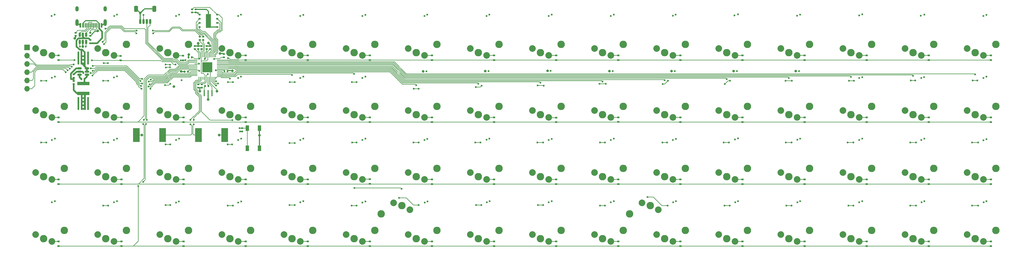
<source format=gbr>
%TF.GenerationSoftware,KiCad,Pcbnew,7.0.2*%
%TF.CreationDate,2023-09-15T07:29:03-04:00*%
%TF.ProjectId,QuicksilverStorm,51756963-6b73-4696-9c76-657253746f72,Mark 2 Rev F*%
%TF.SameCoordinates,Original*%
%TF.FileFunction,Copper,L4,Bot*%
%TF.FilePolarity,Positive*%
%FSLAX46Y46*%
G04 Gerber Fmt 4.6, Leading zero omitted, Abs format (unit mm)*
G04 Created by KiCad (PCBNEW 7.0.2) date 2023-09-15 07:29:03*
%MOMM*%
%LPD*%
G01*
G04 APERTURE LIST*
G04 Aperture macros list*
%AMRoundRect*
0 Rectangle with rounded corners*
0 $1 Rounding radius*
0 $2 $3 $4 $5 $6 $7 $8 $9 X,Y pos of 4 corners*
0 Add a 4 corners polygon primitive as box body*
4,1,4,$2,$3,$4,$5,$6,$7,$8,$9,$2,$3,0*
0 Add four circle primitives for the rounded corners*
1,1,$1+$1,$2,$3*
1,1,$1+$1,$4,$5*
1,1,$1+$1,$6,$7*
1,1,$1+$1,$8,$9*
0 Add four rect primitives between the rounded corners*
20,1,$1+$1,$2,$3,$4,$5,0*
20,1,$1+$1,$4,$5,$6,$7,0*
20,1,$1+$1,$6,$7,$8,$9,0*
20,1,$1+$1,$8,$9,$2,$3,0*%
G04 Aperture macros list end*
%TA.AperFunction,ComponentPad*%
%ADD10C,2.286000*%
%TD*%
%TA.AperFunction,ComponentPad*%
%ADD11C,2.032000*%
%TD*%
%TA.AperFunction,SMDPad,CuDef*%
%ADD12RoundRect,0.147500X0.172500X-0.147500X0.172500X0.147500X-0.172500X0.147500X-0.172500X-0.147500X0*%
%TD*%
%TA.AperFunction,SMDPad,CuDef*%
%ADD13RoundRect,0.147500X-0.172500X0.147500X-0.172500X-0.147500X0.172500X-0.147500X0.172500X0.147500X0*%
%TD*%
%TA.AperFunction,SMDPad,CuDef*%
%ADD14RoundRect,0.147500X-0.147500X-0.172500X0.147500X-0.172500X0.147500X0.172500X-0.147500X0.172500X0*%
%TD*%
%TA.AperFunction,SMDPad,CuDef*%
%ADD15RoundRect,0.050000X0.387500X0.050000X-0.387500X0.050000X-0.387500X-0.050000X0.387500X-0.050000X0*%
%TD*%
%TA.AperFunction,SMDPad,CuDef*%
%ADD16RoundRect,0.050000X0.050000X0.387500X-0.050000X0.387500X-0.050000X-0.387500X0.050000X-0.387500X0*%
%TD*%
%TA.AperFunction,SMDPad,CuDef*%
%ADD17R,3.050000X3.050000*%
%TD*%
%TA.AperFunction,SMDPad,CuDef*%
%ADD18R,0.700000X0.600000*%
%TD*%
%TA.AperFunction,SMDPad,CuDef*%
%ADD19RoundRect,0.147500X0.147500X0.172500X-0.147500X0.172500X-0.147500X-0.172500X0.147500X-0.172500X0*%
%TD*%
%TA.AperFunction,SMDPad,CuDef*%
%ADD20R,0.600000X1.450000*%
%TD*%
%TA.AperFunction,SMDPad,CuDef*%
%ADD21R,0.300000X1.450000*%
%TD*%
%TA.AperFunction,ComponentPad*%
%ADD22O,1.000000X1.600000*%
%TD*%
%TA.AperFunction,ComponentPad*%
%ADD23O,1.000000X2.100000*%
%TD*%
%TA.AperFunction,SMDPad,CuDef*%
%ADD24R,2.000000X4.200000*%
%TD*%
%TA.AperFunction,SMDPad,CuDef*%
%ADD25RoundRect,0.150000X-0.150000X-0.625000X0.150000X-0.625000X0.150000X0.625000X-0.150000X0.625000X0*%
%TD*%
%TA.AperFunction,SMDPad,CuDef*%
%ADD26RoundRect,0.250000X-0.350000X-0.650000X0.350000X-0.650000X0.350000X0.650000X-0.350000X0.650000X0*%
%TD*%
%TA.AperFunction,SMDPad,CuDef*%
%ADD27RoundRect,0.125000X0.250000X0.125000X-0.250000X0.125000X-0.250000X-0.125000X0.250000X-0.125000X0*%
%TD*%
%TA.AperFunction,SMDPad,CuDef*%
%ADD28R,1.587400X4.300000*%
%TD*%
%TA.AperFunction,SMDPad,CuDef*%
%ADD29R,3.700000X1.100000*%
%TD*%
%TA.AperFunction,SMDPad,CuDef*%
%ADD30R,0.400000X1.900000*%
%TD*%
%TA.AperFunction,SMDPad,CuDef*%
%ADD31RoundRect,0.150000X-0.512500X-0.150000X0.512500X-0.150000X0.512500X0.150000X-0.512500X0.150000X0*%
%TD*%
%TA.AperFunction,SMDPad,CuDef*%
%ADD32RoundRect,0.150000X0.150000X-0.512500X0.150000X0.512500X-0.150000X0.512500X-0.150000X-0.512500X0*%
%TD*%
%TA.AperFunction,SMDPad,CuDef*%
%ADD33R,1.100000X1.800000*%
%TD*%
%TA.AperFunction,ComponentPad*%
%ADD34R,1.700000X1.700000*%
%TD*%
%TA.AperFunction,ComponentPad*%
%ADD35O,1.700000X1.700000*%
%TD*%
%TA.AperFunction,ViaPad*%
%ADD36C,0.600000*%
%TD*%
%TA.AperFunction,ViaPad*%
%ADD37C,0.800000*%
%TD*%
%TA.AperFunction,Conductor*%
%ADD38C,0.300000*%
%TD*%
%TA.AperFunction,Conductor*%
%ADD39C,0.200000*%
%TD*%
%TA.AperFunction,Conductor*%
%ADD40C,0.500000*%
%TD*%
G04 APERTURE END LIST*
D10*
%TO.P,K2,1*%
%TO.N,14*%
X55403750Y-86042500D03*
D11*
X52943750Y-84762500D03*
D10*
%TO.P,K2,2*%
%TO.N,Net-(D2-A)*%
X61753750Y-83502500D03*
D11*
X57943750Y-86862500D03*
%TD*%
D10*
%TO.P,K3,1*%
%TO.N,13*%
X74453750Y-86029800D03*
D11*
X71993750Y-84749800D03*
D10*
%TO.P,K3,2*%
%TO.N,Net-(D3-A)*%
X80803750Y-83489800D03*
D11*
X76993750Y-86849800D03*
%TD*%
D10*
%TO.P,K6,1*%
%TO.N,10*%
X131603750Y-86042500D03*
D11*
X129143750Y-84762500D03*
D10*
%TO.P,K6,2*%
%TO.N,Net-(D6-A)*%
X137953750Y-83502500D03*
D11*
X134143750Y-86862500D03*
%TD*%
D10*
%TO.P,K7,1*%
%TO.N,9*%
X150653750Y-86042500D03*
D11*
X148193750Y-84762500D03*
D10*
%TO.P,K7,2*%
%TO.N,Net-(D7-A)*%
X157003750Y-83502500D03*
D11*
X153193750Y-86862500D03*
%TD*%
D10*
%TO.P,K8,1*%
%TO.N,8*%
X169703750Y-86042500D03*
D11*
X167243750Y-84762500D03*
D10*
%TO.P,K8,2*%
%TO.N,Net-(D8-A)*%
X176053750Y-83502500D03*
D11*
X172243750Y-86862500D03*
%TD*%
D10*
%TO.P,K9,1*%
%TO.N,7*%
X188753750Y-86042500D03*
D11*
X186293750Y-84762500D03*
D10*
%TO.P,K9,2*%
%TO.N,Net-(D9-A)*%
X195103750Y-83502500D03*
D11*
X191293750Y-86862500D03*
%TD*%
D10*
%TO.P,K10,1*%
%TO.N,6*%
X207803750Y-86042500D03*
D11*
X205343750Y-84762500D03*
D10*
%TO.P,K10,2*%
%TO.N,Net-(D10-A)*%
X214153750Y-83502500D03*
D11*
X210343750Y-86862500D03*
%TD*%
D10*
%TO.P,K11,1*%
%TO.N,5*%
X226853750Y-86042500D03*
D11*
X224393750Y-84762500D03*
D10*
%TO.P,K11,2*%
%TO.N,Net-(D11-A)*%
X233203750Y-83502500D03*
D11*
X229393750Y-86862500D03*
%TD*%
D10*
%TO.P,K12,1*%
%TO.N,4*%
X245903750Y-86042500D03*
D11*
X243443750Y-84762500D03*
D10*
%TO.P,K12,2*%
%TO.N,Net-(D12-A)*%
X252253750Y-83502500D03*
D11*
X248443750Y-86862500D03*
%TD*%
D10*
%TO.P,K13,1*%
%TO.N,3*%
X264953750Y-86042500D03*
D11*
X262493750Y-84762500D03*
D10*
%TO.P,K13,2*%
%TO.N,Net-(D13-A)*%
X271303750Y-83502500D03*
D11*
X267493750Y-86862500D03*
%TD*%
D10*
%TO.P,K14,1*%
%TO.N,2*%
X284003750Y-86042500D03*
D11*
X281543750Y-84762500D03*
D10*
%TO.P,K14,2*%
%TO.N,Net-(D14-A)*%
X290353750Y-83502500D03*
D11*
X286543750Y-86862500D03*
%TD*%
D10*
%TO.P,K15,1*%
%TO.N,1*%
X303053750Y-86042500D03*
D11*
X300593750Y-84762500D03*
D10*
%TO.P,K15,2*%
%TO.N,Net-(D15-A)*%
X309403750Y-83502500D03*
D11*
X305593750Y-86862500D03*
%TD*%
D10*
%TO.P,K16,1*%
%TO.N,0*%
X322103750Y-86042500D03*
D11*
X319643750Y-84762500D03*
D10*
%TO.P,K16,2*%
%TO.N,Net-(D16-A)*%
X328453750Y-83502500D03*
D11*
X324643750Y-86862500D03*
%TD*%
D10*
%TO.P,K17,1*%
%TO.N,15*%
X36353750Y-105092500D03*
D11*
X33893750Y-103812500D03*
D10*
%TO.P,K17,2*%
%TO.N,Net-(D17-A)*%
X42703750Y-102552500D03*
D11*
X38893750Y-105912500D03*
%TD*%
D10*
%TO.P,K18,1*%
%TO.N,14*%
X55403750Y-105092500D03*
D11*
X52943750Y-103812500D03*
D10*
%TO.P,K18,2*%
%TO.N,Net-(D18-A)*%
X61753750Y-102552500D03*
D11*
X57943750Y-105912500D03*
%TD*%
D10*
%TO.P,K19,1*%
%TO.N,13*%
X74453750Y-105092500D03*
D11*
X71993750Y-103812500D03*
D10*
%TO.P,K19,2*%
%TO.N,Net-(D19-A)*%
X80803750Y-102552500D03*
D11*
X76993750Y-105912500D03*
%TD*%
D10*
%TO.P,K22,1*%
%TO.N,10*%
X131603750Y-105092500D03*
D11*
X129143750Y-103812500D03*
D10*
%TO.P,K22,2*%
%TO.N,Net-(D22-A)*%
X137953750Y-102552500D03*
D11*
X134143750Y-105912500D03*
%TD*%
D10*
%TO.P,K23,1*%
%TO.N,9*%
X150653750Y-105092500D03*
D11*
X148193750Y-103812500D03*
D10*
%TO.P,K23,2*%
%TO.N,Net-(D23-A)*%
X157003750Y-102552500D03*
D11*
X153193750Y-105912500D03*
%TD*%
D10*
%TO.P,K24,1*%
%TO.N,8*%
X169703750Y-105092500D03*
D11*
X167243750Y-103812500D03*
D10*
%TO.P,K24,2*%
%TO.N,Net-(D24-A)*%
X176053750Y-102552500D03*
D11*
X172243750Y-105912500D03*
%TD*%
D10*
%TO.P,K25,1*%
%TO.N,7*%
X188753750Y-105092500D03*
D11*
X186293750Y-103812500D03*
D10*
%TO.P,K25,2*%
%TO.N,Net-(D25-A)*%
X195103750Y-102552500D03*
D11*
X191293750Y-105912500D03*
%TD*%
D10*
%TO.P,K26,1*%
%TO.N,6*%
X207803750Y-105092500D03*
D11*
X205343750Y-103812500D03*
D10*
%TO.P,K26,2*%
%TO.N,Net-(D26-A)*%
X214153750Y-102552500D03*
D11*
X210343750Y-105912500D03*
%TD*%
D10*
%TO.P,K27,1*%
%TO.N,5*%
X226853750Y-105092500D03*
D11*
X224393750Y-103812500D03*
D10*
%TO.P,K27,2*%
%TO.N,Net-(D27-A)*%
X233203750Y-102552500D03*
D11*
X229393750Y-105912500D03*
%TD*%
D10*
%TO.P,K28,1*%
%TO.N,4*%
X245903750Y-105092500D03*
D11*
X243443750Y-103812500D03*
D10*
%TO.P,K28,2*%
%TO.N,Net-(D28-A)*%
X252253750Y-102552500D03*
D11*
X248443750Y-105912500D03*
%TD*%
D10*
%TO.P,K29,1*%
%TO.N,3*%
X264953750Y-105092500D03*
D11*
X262493750Y-103812500D03*
D10*
%TO.P,K29,2*%
%TO.N,Net-(D29-A)*%
X271303750Y-102552500D03*
D11*
X267493750Y-105912500D03*
%TD*%
D10*
%TO.P,K30,1*%
%TO.N,2*%
X284003750Y-105092500D03*
D11*
X281543750Y-103812500D03*
D10*
%TO.P,K30,2*%
%TO.N,Net-(D30-A)*%
X290353750Y-102552500D03*
D11*
X286543750Y-105912500D03*
%TD*%
D10*
%TO.P,K31,1*%
%TO.N,1*%
X303053750Y-105092500D03*
D11*
X300593750Y-103812500D03*
D10*
%TO.P,K31,2*%
%TO.N,Net-(D31-A)*%
X309403750Y-102552500D03*
D11*
X305593750Y-105912500D03*
%TD*%
D10*
%TO.P,K32,1*%
%TO.N,0*%
X322103750Y-105092500D03*
D11*
X319643750Y-103812500D03*
D10*
%TO.P,K32,2*%
%TO.N,Net-(D32-A)*%
X328453750Y-102552500D03*
D11*
X324643750Y-105912500D03*
%TD*%
D10*
%TO.P,K33,1*%
%TO.N,15*%
X36353750Y-124142500D03*
D11*
X33893750Y-122862500D03*
D10*
%TO.P,K33,2*%
%TO.N,Net-(D33-A)*%
X42703750Y-121602500D03*
D11*
X38893750Y-124962500D03*
%TD*%
D10*
%TO.P,K34,1*%
%TO.N,14*%
X55403750Y-124142500D03*
D11*
X52943750Y-122862500D03*
D10*
%TO.P,K34,2*%
%TO.N,Net-(D34-A)*%
X61753750Y-121602500D03*
D11*
X57943750Y-124962500D03*
%TD*%
D10*
%TO.P,K35,1*%
%TO.N,13*%
X74453750Y-124142500D03*
D11*
X71993750Y-122862500D03*
D10*
%TO.P,K35,2*%
%TO.N,Net-(D35-A)*%
X80803750Y-121602500D03*
D11*
X76993750Y-124962500D03*
%TD*%
D10*
%TO.P,K36,1*%
%TO.N,12*%
X93503750Y-124142500D03*
D11*
X91043750Y-122862500D03*
D10*
%TO.P,K36,2*%
%TO.N,Net-(D36-A)*%
X99853750Y-121602500D03*
D11*
X96043750Y-124962500D03*
%TD*%
D10*
%TO.P,K37,1*%
%TO.N,11*%
X112553750Y-124142500D03*
D11*
X110093750Y-122862500D03*
D10*
%TO.P,K37,2*%
%TO.N,Net-(D37-A)*%
X118903750Y-121602500D03*
D11*
X115093750Y-124962500D03*
%TD*%
D10*
%TO.P,K38,1*%
%TO.N,10*%
X131603750Y-124142500D03*
D11*
X129143750Y-122862500D03*
D10*
%TO.P,K38,2*%
%TO.N,Net-(D38-A)*%
X137953750Y-121602500D03*
D11*
X134143750Y-124962500D03*
%TD*%
D10*
%TO.P,K39,1*%
%TO.N,9*%
X150653750Y-124142500D03*
D11*
X148193750Y-122862500D03*
D10*
%TO.P,K39,2*%
%TO.N,Net-(D39-A)*%
X157003750Y-121602500D03*
D11*
X153193750Y-124962500D03*
%TD*%
D10*
%TO.P,K40,1*%
%TO.N,8*%
X169703750Y-124142500D03*
D11*
X167243750Y-122862500D03*
D10*
%TO.P,K40,2*%
%TO.N,Net-(D40-A)*%
X176053750Y-121602500D03*
D11*
X172243750Y-124962500D03*
%TD*%
D10*
%TO.P,K41,1*%
%TO.N,7*%
X188753750Y-124142500D03*
D11*
X186293750Y-122862500D03*
D10*
%TO.P,K41,2*%
%TO.N,Net-(D41-A)*%
X195103750Y-121602500D03*
D11*
X191293750Y-124962500D03*
%TD*%
D10*
%TO.P,K42,1*%
%TO.N,6*%
X207803750Y-124142500D03*
D11*
X205343750Y-122862500D03*
D10*
%TO.P,K42,2*%
%TO.N,Net-(D42-A)*%
X214153750Y-121602500D03*
D11*
X210343750Y-124962500D03*
%TD*%
D10*
%TO.P,K43,1*%
%TO.N,5*%
X226853750Y-124142500D03*
D11*
X224393750Y-122862500D03*
D10*
%TO.P,K43,2*%
%TO.N,Net-(D43-A)*%
X233203750Y-121602500D03*
D11*
X229393750Y-124962500D03*
%TD*%
D10*
%TO.P,K44,1*%
%TO.N,4*%
X245903750Y-124142500D03*
D11*
X243443750Y-122862500D03*
D10*
%TO.P,K44,2*%
%TO.N,Net-(D44-A)*%
X252253750Y-121602500D03*
D11*
X248443750Y-124962500D03*
%TD*%
D10*
%TO.P,K45,1*%
%TO.N,3*%
X264953750Y-124142500D03*
D11*
X262493750Y-122862500D03*
D10*
%TO.P,K45,2*%
%TO.N,Net-(D45-A)*%
X271303750Y-121602500D03*
D11*
X267493750Y-124962500D03*
%TD*%
D10*
%TO.P,K46,1*%
%TO.N,2*%
X284003750Y-124142500D03*
D11*
X281543750Y-122862500D03*
D10*
%TO.P,K46,2*%
%TO.N,Net-(D46-A)*%
X290353750Y-121602500D03*
D11*
X286543750Y-124962500D03*
%TD*%
D10*
%TO.P,K47,1*%
%TO.N,1*%
X303053750Y-124142500D03*
D11*
X300593750Y-122862500D03*
D10*
%TO.P,K47,2*%
%TO.N,Net-(D47-A)*%
X309403750Y-121602500D03*
D11*
X305593750Y-124962500D03*
%TD*%
D10*
%TO.P,K48,1*%
%TO.N,0*%
X322103750Y-124142500D03*
D11*
X319643750Y-122862500D03*
D10*
%TO.P,K48,2*%
%TO.N,Net-(D48-A)*%
X328453750Y-121602500D03*
D11*
X324643750Y-124962500D03*
%TD*%
D10*
%TO.P,K49,1*%
%TO.N,15*%
X36353750Y-143192500D03*
D11*
X33893750Y-141912500D03*
D10*
%TO.P,K49,2*%
%TO.N,Net-(D49-A)*%
X42703750Y-140652500D03*
D11*
X38893750Y-144012500D03*
%TD*%
D10*
%TO.P,K50,1*%
%TO.N,14*%
X55403750Y-143192500D03*
D11*
X52943750Y-141912500D03*
D10*
%TO.P,K50,2*%
%TO.N,Net-(D50-A)*%
X61753750Y-140652500D03*
D11*
X57943750Y-144012500D03*
%TD*%
D10*
%TO.P,K51,1*%
%TO.N,13*%
X74453750Y-143192500D03*
D11*
X71993750Y-141912500D03*
D10*
%TO.P,K51,2*%
%TO.N,Net-(D51-A)*%
X80803750Y-140652500D03*
D11*
X76993750Y-144012500D03*
%TD*%
D10*
%TO.P,K52,1*%
%TO.N,12*%
X93503750Y-143192500D03*
D11*
X91043750Y-141912500D03*
D10*
%TO.P,K52,2*%
%TO.N,Net-(D52-A)*%
X99853750Y-140652500D03*
D11*
X96043750Y-144012500D03*
%TD*%
D10*
%TO.P,K53,1*%
%TO.N,11*%
X112553750Y-143192500D03*
D11*
X110093750Y-141912500D03*
D10*
%TO.P,K53,2*%
%TO.N,Net-(D53-A)*%
X118903750Y-140652500D03*
D11*
X115093750Y-144012500D03*
%TD*%
D10*
%TO.P,K54,1*%
%TO.N,10*%
X131603750Y-143192500D03*
D11*
X129143750Y-141912500D03*
D10*
%TO.P,K54,2*%
%TO.N,Net-(D54-A)*%
X137953750Y-140652500D03*
D11*
X134143750Y-144012500D03*
%TD*%
D10*
%TO.P,K55,1*%
%TO.N,9*%
X150653750Y-143192500D03*
D11*
X148193750Y-141912500D03*
D10*
%TO.P,K55,2*%
%TO.N,Net-(D55-A)*%
X157003750Y-140652500D03*
D11*
X153193750Y-144012500D03*
%TD*%
D10*
%TO.P,K56,1*%
%TO.N,8*%
X169703750Y-143192500D03*
D11*
X167243750Y-141912500D03*
D10*
%TO.P,K56,2*%
%TO.N,Net-(D56-A)*%
X176053750Y-140652500D03*
D11*
X172243750Y-144012500D03*
%TD*%
D10*
%TO.P,K57,1*%
%TO.N,7*%
X188753750Y-143192500D03*
D11*
X186293750Y-141912500D03*
D10*
%TO.P,K57,2*%
%TO.N,Net-(D57-A)*%
X195103750Y-140652500D03*
D11*
X191293750Y-144012500D03*
%TD*%
D10*
%TO.P,K58,1*%
%TO.N,6*%
X207803750Y-143192500D03*
D11*
X205343750Y-141912500D03*
D10*
%TO.P,K58,2*%
%TO.N,Net-(D58-A)*%
X214153750Y-140652500D03*
D11*
X210343750Y-144012500D03*
%TD*%
D10*
%TO.P,K59,1*%
%TO.N,5*%
X226853750Y-143192500D03*
D11*
X224393750Y-141912500D03*
D10*
%TO.P,K59,2*%
%TO.N,Net-(D59-A)*%
X233203750Y-140652500D03*
D11*
X229393750Y-144012500D03*
%TD*%
D10*
%TO.P,K60,1*%
%TO.N,4*%
X245903750Y-143192500D03*
D11*
X243443750Y-141912500D03*
D10*
%TO.P,K60,2*%
%TO.N,Net-(D60-A)*%
X252253750Y-140652500D03*
D11*
X248443750Y-144012500D03*
%TD*%
D10*
%TO.P,K61,1*%
%TO.N,3*%
X264953750Y-143192500D03*
D11*
X262493750Y-141912500D03*
D10*
%TO.P,K61,2*%
%TO.N,Net-(D61-A)*%
X271303750Y-140652500D03*
D11*
X267493750Y-144012500D03*
%TD*%
D10*
%TO.P,K62,1*%
%TO.N,2*%
X284003750Y-143192500D03*
D11*
X281543750Y-141912500D03*
D10*
%TO.P,K62,2*%
%TO.N,Net-(D62-A)*%
X290353750Y-140652500D03*
D11*
X286543750Y-144012500D03*
%TD*%
D10*
%TO.P,K63,1*%
%TO.N,1*%
X303053750Y-143192500D03*
D11*
X300593750Y-141912500D03*
D10*
%TO.P,K63,2*%
%TO.N,Net-(D63-A)*%
X309403750Y-140652500D03*
D11*
X305593750Y-144012500D03*
%TD*%
D10*
%TO.P,K64,1*%
%TO.N,0*%
X322103750Y-143192500D03*
D11*
X319643750Y-141912500D03*
D10*
%TO.P,K64,2*%
%TO.N,Net-(D64-A)*%
X328453750Y-140652500D03*
D11*
X324643750Y-144012500D03*
%TD*%
D10*
%TO.P,K1,1*%
%TO.N,15*%
X36353750Y-86042500D03*
D11*
X33893750Y-84762500D03*
D10*
%TO.P,K1,2*%
%TO.N,Net-(D1-A)*%
X42703750Y-83502500D03*
D11*
X38893750Y-86862500D03*
%TD*%
D10*
%TO.P,K4,1*%
%TO.N,12*%
X93503750Y-86042500D03*
D11*
X91043750Y-84762500D03*
D10*
%TO.P,K4,2*%
%TO.N,Net-(D4-A)*%
X99853750Y-83502500D03*
D11*
X96043750Y-86862500D03*
%TD*%
D10*
%TO.P,K5,1*%
%TO.N,11*%
X112553750Y-86042500D03*
D11*
X110093750Y-84762500D03*
D10*
%TO.P,K5,2*%
%TO.N,Net-(D5-A)*%
X118903750Y-83502500D03*
D11*
X115093750Y-86862500D03*
%TD*%
D10*
%TO.P,K21,1*%
%TO.N,11*%
X112553750Y-105092500D03*
D11*
X110093750Y-103812500D03*
D10*
%TO.P,K21,2*%
%TO.N,Net-(D21-A)*%
X118903750Y-102552500D03*
D11*
X115093750Y-105912500D03*
%TD*%
D10*
%TO.P,K20,1*%
%TO.N,12*%
X93503750Y-105092500D03*
D11*
X91043750Y-103812500D03*
D10*
%TO.P,K20,2*%
%TO.N,Net-(D20-A)*%
X99853750Y-102552500D03*
D11*
X96043750Y-105912500D03*
%TD*%
D10*
%TO.P,K54.1,1*%
%TO.N,10*%
X146208750Y-133032500D03*
D11*
X148668750Y-134312500D03*
D10*
%TO.P,K54.1,2*%
%TO.N,Net-(D54-A)*%
X139858750Y-135572500D03*
D11*
X143668750Y-132212500D03*
%TD*%
D10*
%TO.P,K58.1,1*%
%TO.N,6*%
X222408750Y-133032500D03*
D11*
X224868750Y-134312500D03*
D10*
%TO.P,K58.1,2*%
%TO.N,Net-(D58-A)*%
X216058750Y-135572500D03*
D11*
X219868750Y-132212500D03*
%TD*%
D12*
%TO.P,C1,1*%
%TO.N,+3V3*%
X83693000Y-84940000D03*
%TO.P,C1,2*%
%TO.N,GND*%
X83693000Y-83970000D03*
%TD*%
D13*
%TO.P,C2,1*%
%TO.N,+3V3*%
X84836000Y-95781000D03*
%TO.P,C2,2*%
%TO.N,GND*%
X84836000Y-96751000D03*
%TD*%
D14*
%TO.P,C3,1*%
%TO.N,+3V3*%
X91733750Y-91712500D03*
%TO.P,C3,2*%
%TO.N,GND*%
X92703750Y-91712500D03*
%TD*%
D12*
%TO.P,C6,1*%
%TO.N,+3V3*%
X91568750Y-87472500D03*
%TO.P,C6,2*%
%TO.N,GND*%
X91568750Y-86502500D03*
%TD*%
%TO.P,C8,1*%
%TO.N,+3V3*%
X86368750Y-84937500D03*
%TO.P,C8,2*%
%TO.N,GND*%
X86368750Y-83967500D03*
%TD*%
D15*
%TO.P,U0,1,IOVDD*%
%TO.N,+3V3*%
X89924500Y-87887500D03*
%TO.P,U0,2,GPIO0*%
%TO.N,0*%
X89924500Y-88287500D03*
%TO.P,U0,3,GPIO1*%
%TO.N,1*%
X89924500Y-88687500D03*
%TO.P,U0,4,GPIO2*%
%TO.N,2*%
X89924500Y-89087500D03*
%TO.P,U0,5,GPIO3*%
%TO.N,3*%
X89924500Y-89487500D03*
%TO.P,U0,6,GPIO4*%
%TO.N,4*%
X89924500Y-89887500D03*
%TO.P,U0,7,GPIO5*%
%TO.N,5*%
X89924500Y-90287500D03*
%TO.P,U0,8,GPIO6*%
%TO.N,6*%
X89924500Y-90687500D03*
%TO.P,U0,9,GPIO7*%
%TO.N,7*%
X89924500Y-91087500D03*
%TO.P,U0,10,IOVDD*%
%TO.N,+3V3*%
X89924500Y-91487500D03*
%TO.P,U0,11,GPIO8*%
%TO.N,8*%
X89924500Y-91887500D03*
%TO.P,U0,12,GPIO9*%
%TO.N,9*%
X89924500Y-92287500D03*
%TO.P,U0,13,GPIO10*%
%TO.N,10*%
X89924500Y-92687500D03*
%TO.P,U0,14,GPIO11*%
%TO.N,11*%
X89924500Y-93087500D03*
D16*
%TO.P,U0,15,GPIO12*%
%TO.N,12*%
X89087000Y-93925000D03*
%TO.P,U0,16,GPIO13*%
%TO.N,13*%
X88687000Y-93925000D03*
%TO.P,U0,17,GPIO14*%
%TO.N,14*%
X88287000Y-93925000D03*
%TO.P,U0,18,GPIO15*%
%TO.N,15*%
X87887000Y-93925000D03*
%TO.P,U0,19,TESTEN*%
%TO.N,GND*%
X87487000Y-93925000D03*
%TO.P,U0,20,XIN*%
%TO.N,XIN*%
X87087000Y-93925000D03*
%TO.P,U0,21,XOUT*%
%TO.N,XOUT*%
X86687000Y-93925000D03*
%TO.P,U0,22,IOVDD*%
%TO.N,+3V3*%
X86287000Y-93925000D03*
%TO.P,U0,23,DVDD*%
%TO.N,+1V1*%
X85887000Y-93925000D03*
%TO.P,U0,24,SWCLK*%
%TO.N,unconnected-(U0-SWCLK-Pad24)*%
X85487000Y-93925000D03*
%TO.P,U0,25,SWDIO*%
%TO.N,unconnected-(U0-SWDIO-Pad25)*%
X85087000Y-93925000D03*
%TO.P,U0,26,RUN*%
%TO.N,~{RESET}*%
X84687000Y-93925000D03*
%TO.P,U0,27,GPIO16*%
%TO.N,16*%
X84287000Y-93925000D03*
%TO.P,U0,28,GPIO17*%
%TO.N,17*%
X83887000Y-93925000D03*
D15*
%TO.P,U0,29,GPIO18*%
%TO.N,18*%
X83049500Y-93087500D03*
%TO.P,U0,30,GPIO19*%
%TO.N,19*%
X83049500Y-92687500D03*
%TO.P,U0,31,GPIO20*%
%TO.N,20*%
X83049500Y-92287500D03*
%TO.P,U0,32,GPIO21*%
%TO.N,21*%
X83049500Y-91887500D03*
%TO.P,U0,33,IOVDD*%
%TO.N,+3V3*%
X83049500Y-91487500D03*
%TO.P,U0,34,GPIO22*%
%TO.N,22*%
X83049500Y-91087500D03*
%TO.P,U0,35,GPIO23*%
%TO.N,23*%
X83049500Y-90687500D03*
%TO.P,U0,36,GPIO24*%
%TO.N,24*%
X83049500Y-90287500D03*
%TO.P,U0,37,GPIO25*%
%TO.N,25*%
X83049500Y-89887500D03*
%TO.P,U0,38,GPIO26/ADC0*%
%TO.N,26{slash}A0*%
X83049500Y-89487500D03*
%TO.P,U0,39,GPIO27/ADC1*%
%TO.N,27{slash}A1*%
X83049500Y-89087500D03*
%TO.P,U0,40,GPIO28/ADC2*%
%TO.N,28{slash}A2*%
X83049500Y-88687500D03*
%TO.P,U0,41,GPIO29/ADC3*%
%TO.N,29{slash}A3*%
X83049500Y-88287500D03*
%TO.P,U0,42,IOVDD*%
%TO.N,+3V3*%
X83049500Y-87887500D03*
D16*
%TO.P,U0,43,ADC_AVDD*%
X83887000Y-87050000D03*
%TO.P,U0,44,VREG_VIN*%
X84287000Y-87050000D03*
%TO.P,U0,45,VREG_VOUT*%
%TO.N,+1V1*%
X84687000Y-87050000D03*
%TO.P,U0,46,USB_DM*%
%TO.N,DR-*%
X85087000Y-87050000D03*
%TO.P,U0,47,USB_DP*%
%TO.N,DR+*%
X85487000Y-87050000D03*
%TO.P,U0,48,USB_VDD*%
%TO.N,+3V3*%
X85887000Y-87050000D03*
%TO.P,U0,49,IOVDD*%
X86287000Y-87050000D03*
%TO.P,U0,50,DVDD*%
%TO.N,+1V1*%
X86687000Y-87050000D03*
%TO.P,U0,51,QSPI_SD3*%
%TO.N,SD3*%
X87087000Y-87050000D03*
%TO.P,U0,52,QSPI_SCLK*%
%TO.N,CLOCK*%
X87487000Y-87050000D03*
%TO.P,U0,53,QSPI_SD0*%
%TO.N,SD0*%
X87887000Y-87050000D03*
%TO.P,U0,54,QSPI_SD2*%
%TO.N,SD2*%
X88287000Y-87050000D03*
%TO.P,U0,55,QSPI_SD1*%
%TO.N,SD1*%
X88687000Y-87050000D03*
%TO.P,U0,56,QSPI_SS_N*%
%TO.N,CS*%
X89087000Y-87050000D03*
D17*
%TO.P,U0,57,GND*%
%TO.N,GND*%
X86487000Y-90487500D03*
%TD*%
D12*
%TO.P,C7,1*%
%TO.N,+3V3*%
X82677000Y-84940000D03*
%TO.P,C7,2*%
%TO.N,GND*%
X82677000Y-83970000D03*
%TD*%
D18*
%TO.P,D1,1,K*%
%TO.N,26{slash}A0*%
X40918750Y-88287500D03*
%TO.P,D1,2,A*%
%TO.N,Net-(D1-A)*%
X40918750Y-86887500D03*
%TD*%
%TO.P,D2,1,K*%
%TO.N,26{slash}A0*%
X59918750Y-88437500D03*
%TO.P,D2,2,A*%
%TO.N,Net-(D2-A)*%
X59918750Y-87037500D03*
%TD*%
%TO.P,D3,1,K*%
%TO.N,26{slash}A0*%
X79068750Y-88387500D03*
%TO.P,D3,2,A*%
%TO.N,Net-(D3-A)*%
X79068750Y-86987500D03*
%TD*%
%TO.P,D4,1,K*%
%TO.N,26{slash}A0*%
X98318750Y-88287500D03*
%TO.P,D4,2,A*%
%TO.N,Net-(D4-A)*%
X98318750Y-86887500D03*
%TD*%
%TO.P,D5,1,K*%
%TO.N,26{slash}A0*%
X117368750Y-88287500D03*
%TO.P,D5,2,A*%
%TO.N,Net-(D5-A)*%
X117368750Y-86887500D03*
%TD*%
%TO.P,D6,1,K*%
%TO.N,26{slash}A0*%
X136418750Y-88287500D03*
%TO.P,D6,2,A*%
%TO.N,Net-(D6-A)*%
X136418750Y-86887500D03*
%TD*%
%TO.P,D7,1,K*%
%TO.N,26{slash}A0*%
X155468750Y-88287500D03*
%TO.P,D7,2,A*%
%TO.N,Net-(D7-A)*%
X155468750Y-86887500D03*
%TD*%
%TO.P,D8,1,K*%
%TO.N,26{slash}A0*%
X174518750Y-88287500D03*
%TO.P,D8,2,A*%
%TO.N,Net-(D8-A)*%
X174518750Y-86887500D03*
%TD*%
%TO.P,D9,1,K*%
%TO.N,26{slash}A0*%
X193568750Y-88287500D03*
%TO.P,D9,2,A*%
%TO.N,Net-(D9-A)*%
X193568750Y-86887500D03*
%TD*%
%TO.P,D10,1,K*%
%TO.N,26{slash}A0*%
X212618750Y-88287500D03*
%TO.P,D10,2,A*%
%TO.N,Net-(D10-A)*%
X212618750Y-86887500D03*
%TD*%
%TO.P,D11,1,K*%
%TO.N,26{slash}A0*%
X231668750Y-88287500D03*
%TO.P,D11,2,A*%
%TO.N,Net-(D11-A)*%
X231668750Y-86887500D03*
%TD*%
%TO.P,D12,1,K*%
%TO.N,26{slash}A0*%
X250718750Y-88287500D03*
%TO.P,D12,2,A*%
%TO.N,Net-(D12-A)*%
X250718750Y-86887500D03*
%TD*%
%TO.P,D13,1,K*%
%TO.N,26{slash}A0*%
X269768750Y-88287500D03*
%TO.P,D13,2,A*%
%TO.N,Net-(D13-A)*%
X269768750Y-86887500D03*
%TD*%
%TO.P,D14,1,K*%
%TO.N,26{slash}A0*%
X288818750Y-88287500D03*
%TO.P,D14,2,A*%
%TO.N,Net-(D14-A)*%
X288818750Y-86887500D03*
%TD*%
%TO.P,D15,1,K*%
%TO.N,26{slash}A0*%
X307868750Y-88287500D03*
%TO.P,D15,2,A*%
%TO.N,Net-(D15-A)*%
X307868750Y-86887500D03*
%TD*%
%TO.P,D16,1,K*%
%TO.N,26{slash}A0*%
X326918750Y-88287500D03*
%TO.P,D16,2,A*%
%TO.N,Net-(D16-A)*%
X326918750Y-86887500D03*
%TD*%
%TO.P,D17,1,K*%
%TO.N,25*%
X40918750Y-107337500D03*
%TO.P,D17,2,A*%
%TO.N,Net-(D17-A)*%
X40918750Y-105937500D03*
%TD*%
%TO.P,D18,1,K*%
%TO.N,25*%
X60218750Y-107337500D03*
%TO.P,D18,2,A*%
%TO.N,Net-(D18-A)*%
X60218750Y-105937500D03*
%TD*%
%TO.P,D19,1,K*%
%TO.N,25*%
X79268750Y-107337500D03*
%TO.P,D19,2,A*%
%TO.N,Net-(D19-A)*%
X79268750Y-105937500D03*
%TD*%
%TO.P,D20,1,K*%
%TO.N,25*%
X98318750Y-107337500D03*
%TO.P,D20,2,A*%
%TO.N,Net-(D20-A)*%
X98318750Y-105937500D03*
%TD*%
%TO.P,D21,1,K*%
%TO.N,25*%
X117368750Y-107337500D03*
%TO.P,D21,2,A*%
%TO.N,Net-(D21-A)*%
X117368750Y-105937500D03*
%TD*%
%TO.P,D22,1,K*%
%TO.N,25*%
X136418750Y-107337500D03*
%TO.P,D22,2,A*%
%TO.N,Net-(D22-A)*%
X136418750Y-105937500D03*
%TD*%
%TO.P,D23,1,K*%
%TO.N,25*%
X155468750Y-107337500D03*
%TO.P,D23,2,A*%
%TO.N,Net-(D23-A)*%
X155468750Y-105937500D03*
%TD*%
%TO.P,D24,1,K*%
%TO.N,25*%
X174518750Y-107337500D03*
%TO.P,D24,2,A*%
%TO.N,Net-(D24-A)*%
X174518750Y-105937500D03*
%TD*%
%TO.P,D25,1,K*%
%TO.N,25*%
X193568750Y-107400000D03*
%TO.P,D25,2,A*%
%TO.N,Net-(D25-A)*%
X193568750Y-106000000D03*
%TD*%
%TO.P,D26,1,K*%
%TO.N,25*%
X212618750Y-107325000D03*
%TO.P,D26,2,A*%
%TO.N,Net-(D26-A)*%
X212618750Y-105925000D03*
%TD*%
%TO.P,D27,1,K*%
%TO.N,25*%
X231668750Y-107337500D03*
%TO.P,D27,2,A*%
%TO.N,Net-(D27-A)*%
X231668750Y-105937500D03*
%TD*%
%TO.P,D28,1,K*%
%TO.N,25*%
X250718750Y-107337500D03*
%TO.P,D28,2,A*%
%TO.N,Net-(D28-A)*%
X250718750Y-105937500D03*
%TD*%
%TO.P,D29,1,K*%
%TO.N,25*%
X269768750Y-107337500D03*
%TO.P,D29,2,A*%
%TO.N,Net-(D29-A)*%
X269768750Y-105937500D03*
%TD*%
%TO.P,D30,1,K*%
%TO.N,25*%
X288818750Y-107337500D03*
%TO.P,D30,2,A*%
%TO.N,Net-(D30-A)*%
X288818750Y-105937500D03*
%TD*%
%TO.P,D31,1,K*%
%TO.N,25*%
X307868750Y-107337500D03*
%TO.P,D31,2,A*%
%TO.N,Net-(D31-A)*%
X307868750Y-105937500D03*
%TD*%
%TO.P,D32,1,K*%
%TO.N,25*%
X326918750Y-107337500D03*
%TO.P,D32,2,A*%
%TO.N,Net-(D32-A)*%
X326918750Y-105937500D03*
%TD*%
%TO.P,D33,1,K*%
%TO.N,24*%
X40918750Y-126387500D03*
%TO.P,D33,2,A*%
%TO.N,Net-(D33-A)*%
X40918750Y-124987500D03*
%TD*%
%TO.P,D34,1,K*%
%TO.N,24*%
X60218750Y-126387500D03*
%TO.P,D34,2,A*%
%TO.N,Net-(D34-A)*%
X60218750Y-124987500D03*
%TD*%
%TO.P,D35,1,K*%
%TO.N,24*%
X79268750Y-126387500D03*
%TO.P,D35,2,A*%
%TO.N,Net-(D35-A)*%
X79268750Y-124987500D03*
%TD*%
%TO.P,D36,1,K*%
%TO.N,24*%
X98318750Y-126387500D03*
%TO.P,D36,2,A*%
%TO.N,Net-(D36-A)*%
X98318750Y-124987500D03*
%TD*%
%TO.P,D37,1,K*%
%TO.N,24*%
X117368750Y-126387500D03*
%TO.P,D37,2,A*%
%TO.N,Net-(D37-A)*%
X117368750Y-124987500D03*
%TD*%
%TO.P,D38,1,K*%
%TO.N,24*%
X136418750Y-126337500D03*
%TO.P,D38,2,A*%
%TO.N,Net-(D38-A)*%
X136418750Y-124937500D03*
%TD*%
%TO.P,D39,1,K*%
%TO.N,24*%
X155468750Y-126387500D03*
%TO.P,D39,2,A*%
%TO.N,Net-(D39-A)*%
X155468750Y-124987500D03*
%TD*%
%TO.P,D40,1,K*%
%TO.N,24*%
X174518750Y-126387500D03*
%TO.P,D40,2,A*%
%TO.N,Net-(D40-A)*%
X174518750Y-124987500D03*
%TD*%
%TO.P,D41,1,K*%
%TO.N,24*%
X193568750Y-126387500D03*
%TO.P,D41,2,A*%
%TO.N,Net-(D41-A)*%
X193568750Y-124987500D03*
%TD*%
%TO.P,D42,1,K*%
%TO.N,24*%
X212618750Y-126387500D03*
%TO.P,D42,2,A*%
%TO.N,Net-(D42-A)*%
X212618750Y-124987500D03*
%TD*%
%TO.P,D43,1,K*%
%TO.N,24*%
X231668750Y-126387500D03*
%TO.P,D43,2,A*%
%TO.N,Net-(D43-A)*%
X231668750Y-124987500D03*
%TD*%
%TO.P,D44,1,K*%
%TO.N,24*%
X250718750Y-126387500D03*
%TO.P,D44,2,A*%
%TO.N,Net-(D44-A)*%
X250718750Y-124987500D03*
%TD*%
%TO.P,D45,1,K*%
%TO.N,24*%
X269768750Y-126387500D03*
%TO.P,D45,2,A*%
%TO.N,Net-(D45-A)*%
X269768750Y-124987500D03*
%TD*%
%TO.P,D46,1,K*%
%TO.N,24*%
X288818750Y-126387500D03*
%TO.P,D46,2,A*%
%TO.N,Net-(D46-A)*%
X288818750Y-124987500D03*
%TD*%
%TO.P,D47,1,K*%
%TO.N,24*%
X307868750Y-126387500D03*
%TO.P,D47,2,A*%
%TO.N,Net-(D47-A)*%
X307868750Y-124987500D03*
%TD*%
%TO.P,D48,1,K*%
%TO.N,24*%
X326918750Y-126387500D03*
%TO.P,D48,2,A*%
%TO.N,Net-(D48-A)*%
X326918750Y-124987500D03*
%TD*%
%TO.P,D49,1,K*%
%TO.N,23*%
X40918750Y-145437500D03*
%TO.P,D49,2,A*%
%TO.N,Net-(D49-A)*%
X40918750Y-144037500D03*
%TD*%
%TO.P,D50,1,K*%
%TO.N,23*%
X60218750Y-145437500D03*
%TO.P,D50,2,A*%
%TO.N,Net-(D50-A)*%
X60218750Y-144037500D03*
%TD*%
%TO.P,D51,1,K*%
%TO.N,23*%
X79268750Y-145437500D03*
%TO.P,D51,2,A*%
%TO.N,Net-(D51-A)*%
X79268750Y-144037500D03*
%TD*%
%TO.P,D52,1,K*%
%TO.N,23*%
X98318750Y-145437500D03*
%TO.P,D52,2,A*%
%TO.N,Net-(D52-A)*%
X98318750Y-144037500D03*
%TD*%
%TO.P,D53,1,K*%
%TO.N,23*%
X117368750Y-145437500D03*
%TO.P,D53,2,A*%
%TO.N,Net-(D53-A)*%
X117368750Y-144037500D03*
%TD*%
%TO.P,D54,1,K*%
%TO.N,23*%
X136418750Y-145437500D03*
%TO.P,D54,2,A*%
%TO.N,Net-(D54-A)*%
X136418750Y-144037500D03*
%TD*%
%TO.P,D55,1,K*%
%TO.N,23*%
X155468750Y-145437500D03*
%TO.P,D55,2,A*%
%TO.N,Net-(D55-A)*%
X155468750Y-144037500D03*
%TD*%
%TO.P,D56,1,K*%
%TO.N,23*%
X174518750Y-145437500D03*
%TO.P,D56,2,A*%
%TO.N,Net-(D56-A)*%
X174518750Y-144037500D03*
%TD*%
%TO.P,D57,1,K*%
%TO.N,23*%
X193568750Y-145437500D03*
%TO.P,D57,2,A*%
%TO.N,Net-(D57-A)*%
X193568750Y-144037500D03*
%TD*%
%TO.P,D58,1,K*%
%TO.N,23*%
X212618750Y-145437500D03*
%TO.P,D58,2,A*%
%TO.N,Net-(D58-A)*%
X212618750Y-144037500D03*
%TD*%
%TO.P,D59,1,K*%
%TO.N,23*%
X231668750Y-145437500D03*
%TO.P,D59,2,A*%
%TO.N,Net-(D59-A)*%
X231668750Y-144037500D03*
%TD*%
%TO.P,D60,1,K*%
%TO.N,23*%
X250718750Y-145437500D03*
%TO.P,D60,2,A*%
%TO.N,Net-(D60-A)*%
X250718750Y-144037500D03*
%TD*%
%TO.P,D61,1,K*%
%TO.N,23*%
X269768750Y-145437500D03*
%TO.P,D61,2,A*%
%TO.N,Net-(D61-A)*%
X269768750Y-144037500D03*
%TD*%
%TO.P,D62,1,K*%
%TO.N,23*%
X288818750Y-145437500D03*
%TO.P,D62,2,A*%
%TO.N,Net-(D62-A)*%
X288818750Y-144037500D03*
%TD*%
%TO.P,D63,1,K*%
%TO.N,23*%
X307868750Y-145437500D03*
%TO.P,D63,2,A*%
%TO.N,Net-(D63-A)*%
X307868750Y-144037500D03*
%TD*%
%TO.P,D64,1,K*%
%TO.N,23*%
X326918750Y-145437500D03*
%TO.P,D64,2,A*%
%TO.N,Net-(D64-A)*%
X326918750Y-144037500D03*
%TD*%
D12*
%TO.P,RC2,1*%
%TO.N,GND*%
X50618750Y-80892500D03*
%TO.P,RC2,2*%
%TO.N,Net-(J0-CC2)*%
X50618750Y-79922500D03*
%TD*%
D13*
%TO.P,RC1,1*%
%TO.N,Net-(J0-CC1)*%
X46118750Y-79902500D03*
%TO.P,RC1,2*%
%TO.N,GND*%
X46118750Y-80872500D03*
%TD*%
%TO.P,RD1,1*%
%TO.N,DB+*%
X85268750Y-81152500D03*
%TO.P,RD1,2*%
%TO.N,DR+*%
X85268750Y-82122500D03*
%TD*%
D12*
%TO.P,F0,1*%
%TO.N,vUSB*%
X50618750Y-83122500D03*
%TO.P,F0,2*%
%TO.N,VBUS*%
X50618750Y-82152500D03*
%TD*%
D19*
%TO.P,C4,1*%
%TO.N,+3V3*%
X80588750Y-91837500D03*
%TO.P,C4,2*%
%TO.N,GND*%
X79618750Y-91837500D03*
%TD*%
D20*
%TO.P,J0,A1,GND*%
%TO.N,GND*%
X47618750Y-77682500D03*
%TO.P,J0,A4,VBUS*%
%TO.N,vUSB*%
X48418750Y-77682500D03*
D21*
%TO.P,J0,A5,CC1*%
%TO.N,Net-(J0-CC1)*%
X49618750Y-77682500D03*
%TO.P,J0,A6,D+*%
%TO.N,D+*%
X50618750Y-77682500D03*
%TO.P,J0,A7,D-*%
%TO.N,D-*%
X51118750Y-77682500D03*
%TO.P,J0,A8,SBU1*%
%TO.N,unconnected-(J0-SBU1-PadA8)*%
X52118750Y-77682500D03*
D20*
%TO.P,J0,A9,VBUS*%
%TO.N,vUSB*%
X53318750Y-77682500D03*
%TO.P,J0,A12,GND*%
%TO.N,GND*%
X54118750Y-77682500D03*
%TO.P,J0,B1,GND*%
X54118750Y-77682500D03*
%TO.P,J0,B4,VBUS*%
%TO.N,vUSB*%
X53318750Y-77682500D03*
D21*
%TO.P,J0,B5,CC2*%
%TO.N,Net-(J0-CC2)*%
X52618750Y-77682500D03*
%TO.P,J0,B6,D+*%
%TO.N,D+*%
X51618750Y-77682500D03*
%TO.P,J0,B7,D-*%
%TO.N,D-*%
X50118750Y-77682500D03*
%TO.P,J0,B8,SBU2*%
%TO.N,unconnected-(J0-SBU2-PadB8)*%
X49118750Y-77682500D03*
D20*
%TO.P,J0,B9,VBUS*%
%TO.N,vUSB*%
X48418750Y-77682500D03*
%TO.P,J0,B12,GND*%
%TO.N,GND*%
X47618750Y-77682500D03*
D22*
%TO.P,J0,S1,SHIELD*%
X46548750Y-72587500D03*
D23*
X46548750Y-76767500D03*
D22*
X55188750Y-72587500D03*
D23*
X55188750Y-76767500D03*
%TD*%
D19*
%TO.P,C5,1*%
%TO.N,+3V3*%
X81753750Y-87503000D03*
%TO.P,C5,2*%
%TO.N,GND*%
X80783750Y-87503000D03*
%TD*%
D24*
%TO.P,TX0,1,1*%
%TO.N,17*%
X72768750Y-111337500D03*
%TO.P,TX0,2,2*%
%TO.N,GND*%
X64768750Y-111337500D03*
%TD*%
%TO.P,TX1,1,1*%
%TO.N,16*%
X83818750Y-111337500D03*
%TO.P,TX1,2,2*%
%TO.N,GND*%
X91818750Y-111337500D03*
%TD*%
D14*
%TO.P,CP5,1*%
%TO.N,GND*%
X46968750Y-86037500D03*
%TO.P,CP5,2*%
%TO.N,VBUS*%
X47938750Y-86037500D03*
%TD*%
D12*
%TO.P,CF1,1*%
%TO.N,+3V3*%
X82926750Y-73702000D03*
%TO.P,CF1,2*%
%TO.N,GND*%
X82926750Y-72732000D03*
%TD*%
D25*
%TO.P,J1,1,Pin_1*%
%TO.N,GND*%
X65968750Y-76437500D03*
%TO.P,J1,2,Pin_2*%
%TO.N,+3V3*%
X66968750Y-76437500D03*
%TO.P,J1,3,Pin_3*%
%TO.N,28{slash}A2*%
X67968750Y-76437500D03*
%TO.P,J1,4,Pin_4*%
%TO.N,29{slash}A3*%
X68968750Y-76437500D03*
D26*
%TO.P,J1,MP,MP*%
%TO.N,GND*%
X64668750Y-72562500D03*
X70268750Y-72562500D03*
%TD*%
D14*
%TO.P,CP8,1*%
%TO.N,+3V3*%
X48998750Y-100037500D03*
%TO.P,CP8,2*%
%TO.N,GND*%
X49968750Y-100037500D03*
%TD*%
D19*
%TO.P,CP10,1*%
%TO.N,GND*%
X49938750Y-87137500D03*
%TO.P,CP10,2*%
%TO.N,VBUS*%
X48968750Y-87137500D03*
%TD*%
D13*
%TO.P,C10,1*%
%TO.N,+1V1*%
X83693000Y-95781000D03*
%TO.P,C10,2*%
%TO.N,GND*%
X83693000Y-96751000D03*
%TD*%
D12*
%TO.P,C11,1*%
%TO.N,+1V1*%
X84709000Y-84940000D03*
%TO.P,C11,2*%
%TO.N,GND*%
X84709000Y-83970000D03*
%TD*%
D27*
%TO.P,U3,1,~{CS}*%
%TO.N,CS*%
X89568750Y-74386900D03*
%TO.P,U3,2,DO(IO1)*%
%TO.N,SD1*%
X89568750Y-75656900D03*
%TO.P,U3,3,IO2*%
%TO.N,SD2*%
X89568750Y-76926900D03*
%TO.P,U3,4,GND*%
%TO.N,GND*%
X89568750Y-78196900D03*
%TO.P,U3,5,DI(IO0)*%
%TO.N,SD0*%
X84168750Y-78196900D03*
%TO.P,U3,6,CLK*%
%TO.N,CLOCK*%
X84168750Y-76926900D03*
%TO.P,U3,7,IO3*%
%TO.N,SD3*%
X84168750Y-75656900D03*
%TO.P,U3,8,VCC*%
%TO.N,+3V3*%
X84168750Y-74386900D03*
D28*
%TO.P,U3,9,EP*%
%TO.N,GND*%
X86868750Y-76291900D03*
%TD*%
D29*
%TO.P,LP1,1,1*%
%TO.N,Net-(U1-SW)*%
X48468750Y-95537500D03*
%TO.P,LP1,2,2*%
%TO.N,+3V3*%
X48468750Y-98537500D03*
%TD*%
D19*
%TO.P,CP13,1*%
%TO.N,GND*%
X49938750Y-89337500D03*
%TO.P,CP13,2*%
%TO.N,VBUS*%
X48968750Y-89337500D03*
%TD*%
%TO.P,CP17,1*%
%TO.N,+3V3*%
X47968750Y-101137500D03*
%TO.P,CP17,2*%
%TO.N,GND*%
X46998750Y-101137500D03*
%TD*%
D30*
%TO.P,Y0,1,1*%
%TO.N,XIN*%
X87968000Y-98479000D03*
%TO.P,Y0,2,2*%
%TO.N,GND*%
X86768000Y-98479000D03*
%TO.P,Y0,3,3*%
%TO.N,Net-(RX1-Pad2)*%
X85568000Y-98479000D03*
%TD*%
D31*
%TO.P,U1,1,BS*%
%TO.N,Net-(U1-BS)*%
X47331250Y-92787500D03*
%TO.P,U1,2,GND*%
%TO.N,GND*%
X47331250Y-91837500D03*
%TO.P,U1,3,FB*%
%TO.N,Net-(U1-FB)*%
X47331250Y-90887500D03*
%TO.P,U1,4,EN*%
%TO.N,VBUS*%
X49606250Y-90887500D03*
%TO.P,U1,5,VIN*%
X49606250Y-91837500D03*
%TO.P,U1,6,SW*%
%TO.N,Net-(U1-SW)*%
X49606250Y-92787500D03*
%TD*%
D19*
%TO.P,CP9,1*%
%TO.N,+3V3*%
X47968750Y-103337500D03*
%TO.P,CP9,2*%
%TO.N,GND*%
X46998750Y-103337500D03*
%TD*%
D12*
%TO.P,RP2,1*%
%TO.N,Net-(U1-FB)*%
X45568750Y-93722500D03*
%TO.P,RP2,2*%
%TO.N,GND*%
X45568750Y-92752500D03*
%TD*%
D14*
%TO.P,CP1,1*%
%TO.N,Net-(U1-BS)*%
X47883750Y-94137500D03*
%TO.P,CP1,2*%
%TO.N,Net-(U1-SW)*%
X48853750Y-94137500D03*
%TD*%
D12*
%TO.P,RR1,1*%
%TO.N,+3V3*%
X97214650Y-110225100D03*
%TO.P,RR1,2*%
%TO.N,~{RESET}*%
X97214650Y-109255100D03*
%TD*%
D14*
%TO.P,CP6,1*%
%TO.N,+3V3*%
X48998750Y-102237500D03*
%TO.P,CP6,2*%
%TO.N,GND*%
X49968750Y-102237500D03*
%TD*%
D19*
%TO.P,CP15,1*%
%TO.N,+3V3*%
X47968750Y-100037500D03*
%TO.P,CP15,2*%
%TO.N,GND*%
X46998750Y-100037500D03*
%TD*%
D14*
%TO.P,CP4,1*%
%TO.N,GND*%
X46968750Y-87137500D03*
%TO.P,CP4,2*%
%TO.N,VBUS*%
X47938750Y-87137500D03*
%TD*%
D19*
%TO.P,CP12,1*%
%TO.N,GND*%
X49938750Y-88237500D03*
%TO.P,CP12,2*%
%TO.N,VBUS*%
X48968750Y-88237500D03*
%TD*%
D32*
%TO.P,U2,1,I/O1*%
%TO.N,DB+*%
X49318750Y-82775000D03*
%TO.P,U2,2,GND*%
%TO.N,GND*%
X48368750Y-82775000D03*
%TO.P,U2,3,I/O2*%
%TO.N,DB-*%
X47418750Y-82775000D03*
%TO.P,U2,4,I/O2*%
%TO.N,D-*%
X47418750Y-80500000D03*
%TO.P,U2,5,VBUS*%
%TO.N,VBUS*%
X48368750Y-80500000D03*
%TO.P,U2,6,I/O1*%
%TO.N,D+*%
X49318750Y-80500000D03*
%TD*%
D12*
%TO.P,RF2,1*%
%TO.N,+3V3*%
X81843750Y-73702000D03*
%TO.P,RF2,2*%
%TO.N,CS*%
X81843750Y-72732000D03*
%TD*%
D19*
%TO.P,CP11,1*%
%TO.N,GND*%
X49938750Y-86037500D03*
%TO.P,CP11,2*%
%TO.N,VBUS*%
X48968750Y-86037500D03*
%TD*%
D12*
%TO.P,RP1,1*%
%TO.N,+3V3*%
X45568750Y-95722500D03*
%TO.P,RP1,2*%
%TO.N,Net-(U1-FB)*%
X45568750Y-94752500D03*
%TD*%
D13*
%TO.P,RD0,1*%
%TO.N,DB-*%
X84268750Y-81152500D03*
%TO.P,RD0,2*%
%TO.N,DR-*%
X84268750Y-82122500D03*
%TD*%
D14*
%TO.P,CP14,1*%
%TO.N,+3V3*%
X48998750Y-103337500D03*
%TO.P,CP14,2*%
%TO.N,GND*%
X49968750Y-103337500D03*
%TD*%
D19*
%TO.P,CP16,1*%
%TO.N,+3V3*%
X47968750Y-102237500D03*
%TO.P,CP16,2*%
%TO.N,GND*%
X46998750Y-102237500D03*
%TD*%
D14*
%TO.P,CP7,1*%
%TO.N,+3V3*%
X48998750Y-101137500D03*
%TO.P,CP7,2*%
%TO.N,GND*%
X49968750Y-101137500D03*
%TD*%
D33*
%TO.P,S1,1,A*%
%TO.N,GND*%
X102518750Y-115437500D03*
X102518750Y-109237500D03*
%TO.P,S1,2,B*%
%TO.N,~{RESET}*%
X98818750Y-115437500D03*
X98818750Y-109237500D03*
%TD*%
D12*
%TO.P,C9,1*%
%TO.N,+1V1*%
X87384750Y-84937500D03*
%TO.P,C9,2*%
%TO.N,GND*%
X87384750Y-83967500D03*
%TD*%
D14*
%TO.P,CP3,1*%
%TO.N,GND*%
X46968750Y-88237500D03*
%TO.P,CP3,2*%
%TO.N,VBUS*%
X47938750Y-88237500D03*
%TD*%
D34*
%TO.P,J2,1,Pin_1*%
%TO.N,GND*%
X31268750Y-84417500D03*
D35*
%TO.P,J2,2,Pin_2*%
%TO.N,22*%
X31268750Y-86957500D03*
%TO.P,J2,3,Pin_3*%
%TO.N,21*%
X31268750Y-89497500D03*
%TO.P,J2,4,Pin_4*%
%TO.N,20*%
X31268750Y-92037500D03*
%TO.P,J2,5,Pin_5*%
%TO.N,19*%
X31268750Y-94577500D03*
%TO.P,J2,6,Pin_6*%
%TO.N,18*%
X31268750Y-97117500D03*
%TD*%
D14*
%TO.P,CP2,1*%
%TO.N,GND*%
X46968750Y-89337500D03*
%TO.P,CP2,2*%
%TO.N,VBUS*%
X47938750Y-89337500D03*
%TD*%
D19*
%TO.P,RX1,1*%
%TO.N,XOUT*%
X86845000Y-96266000D03*
%TO.P,RX1,2*%
%TO.N,Net-(RX1-Pad2)*%
X85875000Y-96266000D03*
%TD*%
D36*
%TO.N,GND*%
X49968750Y-86637500D03*
X39668750Y-74387500D03*
X49968750Y-100637500D03*
X39768750Y-112487500D03*
X192168750Y-74387500D03*
X154018750Y-112537500D03*
X287418750Y-112487500D03*
X49968750Y-87737500D03*
X46968750Y-101737500D03*
D37*
X190918750Y-91587500D03*
D36*
X86868750Y-74837500D03*
D37*
X84268750Y-97912500D03*
D36*
X135018750Y-112487500D03*
X96868750Y-74387500D03*
X267518750Y-132037500D03*
X306468750Y-112487500D03*
D37*
X89498750Y-97887500D03*
X52872684Y-79342810D03*
D36*
X96918750Y-112487500D03*
X287418750Y-74287500D03*
X324668750Y-131987500D03*
X86518750Y-90487500D03*
X230268750Y-112537500D03*
X249318750Y-112387500D03*
X211218750Y-112487500D03*
X46968750Y-86637500D03*
D37*
X90168750Y-111337500D03*
D36*
X286518750Y-93787500D03*
D37*
X86768750Y-100437500D03*
D36*
X154018750Y-74387500D03*
X57918750Y-93687500D03*
D37*
X45857169Y-81624178D03*
X48368750Y-84137500D03*
X65968750Y-73862500D03*
D36*
X49968750Y-88837500D03*
X49968750Y-101737500D03*
D37*
X86868750Y-83037500D03*
D36*
X192168750Y-112537500D03*
D37*
X267018750Y-91687500D03*
D36*
X57918750Y-132037500D03*
X173068750Y-112437500D03*
X135018750Y-74437500D03*
X58818750Y-112487500D03*
X153218750Y-132087500D03*
D37*
X94203250Y-91637500D03*
X66428750Y-111337500D03*
D36*
X49968750Y-102837500D03*
X305518750Y-93787500D03*
X115068750Y-93787500D03*
X134118750Y-132087500D03*
X305618750Y-132037500D03*
X249318750Y-74287500D03*
X191268750Y-132037500D03*
X134118750Y-93787500D03*
D37*
X171768750Y-91687500D03*
X152718750Y-91787500D03*
D36*
X230218750Y-74337500D03*
X210318750Y-132037500D03*
X306468750Y-74337500D03*
D37*
X78518750Y-91837000D03*
D36*
X115068750Y-132037500D03*
D37*
X102518750Y-111437500D03*
D36*
X46968750Y-102837500D03*
X115968750Y-74437500D03*
X38868750Y-93737500D03*
D37*
X209868750Y-91687500D03*
D36*
X58868750Y-74387500D03*
X48468750Y-92337500D03*
X77868750Y-112487500D03*
X115968750Y-112487500D03*
X38868750Y-132037500D03*
D37*
X83693000Y-83137500D03*
X76268750Y-96487500D03*
D36*
X86868750Y-76237500D03*
X76918750Y-132087500D03*
X229418750Y-132037500D03*
X173068750Y-74387500D03*
X286518750Y-132037500D03*
X86868750Y-77637500D03*
X248468750Y-132037500D03*
X96018750Y-132087500D03*
X46968750Y-87737500D03*
X46968750Y-88837500D03*
X325518750Y-74437500D03*
D37*
X247989250Y-91687500D03*
D36*
X325518750Y-112587500D03*
X268418750Y-74387500D03*
D37*
X80868750Y-86637500D03*
D36*
X268418750Y-112437500D03*
X77868750Y-74387500D03*
X172268750Y-131987500D03*
D37*
X90394290Y-86298816D03*
D36*
X46968750Y-100637500D03*
X211218750Y-74387500D03*
D37*
X228918750Y-91737500D03*
D36*
X324618750Y-93787500D03*
X95968750Y-93787500D03*
%TO.N,~{RESET}*%
X94268750Y-106747500D03*
X96458750Y-109227500D03*
%TO.N,DB+*%
X69868750Y-79287500D03*
X49268750Y-84137500D03*
X64818750Y-79287500D03*
X54468750Y-82737500D03*
%TO.N,DB-*%
X69968750Y-80087500D03*
X47468750Y-84137500D03*
X64768750Y-80087500D03*
X54868750Y-83437500D03*
%TO.N,0*%
X322093750Y-92762500D03*
%TO.N,1*%
X303053750Y-93112500D03*
%TO.N,2*%
X284003750Y-93487500D03*
%TO.N,3*%
X264953750Y-93837500D03*
%TO.N,4*%
X245903750Y-94187500D03*
%TO.N,5*%
X226853750Y-94537500D03*
%TO.N,6*%
X207803750Y-94937500D03*
%TO.N,7*%
X188753750Y-95287500D03*
%TO.N,8*%
X169703750Y-95637500D03*
%TO.N,9*%
X150653750Y-95987500D03*
%TO.N,10*%
X146118750Y-127887500D03*
X131618750Y-127637500D03*
X131603750Y-92587500D03*
%TO.N,11*%
X112553750Y-92937500D03*
%TO.N,12*%
X93503750Y-93987500D03*
%TO.N,13*%
X89248750Y-94857500D03*
%TO.N,14*%
X75118750Y-89737997D03*
X89818750Y-95487500D03*
X73768750Y-89710389D03*
%TO.N,15*%
X56068750Y-89237500D03*
X89199718Y-96072857D03*
X54768750Y-89227500D03*
X73818750Y-90587500D03*
X75061000Y-90545250D03*
%TO.N,18*%
X69068750Y-97087500D03*
X43068750Y-92037500D03*
X51318750Y-93087500D03*
X66368750Y-97137500D03*
%TO.N,19*%
X50748660Y-92330130D03*
X43668750Y-91437500D03*
X66216665Y-96281662D03*
X68468750Y-96487500D03*
%TO.N,20*%
X68818750Y-95737500D03*
X44368750Y-90937500D03*
X66568750Y-95487500D03*
X51368750Y-91615823D03*
%TO.N,23*%
X67768750Y-107987500D03*
X65318750Y-126987500D03*
X67968750Y-106737500D03*
X66868750Y-125787500D03*
%TO.N,24*%
X67068750Y-106737500D03*
X66868750Y-107987500D03*
%TO.N,26{slash}A0*%
X51168750Y-88437500D03*
X45768750Y-88337500D03*
X78368750Y-88437500D03*
X79868750Y-88337500D03*
X83993750Y-89387500D03*
X92880971Y-87699721D03*
X76768750Y-89637500D03*
%TO.N,27{slash}A1*%
X55318750Y-78687500D03*
%TO.N,+3V3*%
X229918750Y-91737500D03*
X84058750Y-87887500D03*
X47968750Y-102737500D03*
X306418750Y-93587500D03*
X115068750Y-74787500D03*
X248418750Y-112737500D03*
X39768750Y-93387500D03*
X287418750Y-131687500D03*
X76968750Y-74737500D03*
X286518750Y-74637500D03*
X153118750Y-112887500D03*
X135018750Y-93437500D03*
X47968750Y-100637500D03*
X154118750Y-131737500D03*
X96918750Y-131737500D03*
X77818750Y-131737500D03*
X210868750Y-91687500D03*
X38768750Y-74737500D03*
X248268750Y-74637500D03*
X248959250Y-91687500D03*
X48968750Y-102737500D03*
X268418750Y-131687500D03*
X58818750Y-131687500D03*
X134118750Y-112837500D03*
X85728750Y-87967500D03*
X83668750Y-73837500D03*
X48968750Y-99437500D03*
X306518750Y-131687500D03*
X66968750Y-74437500D03*
X96868750Y-93437500D03*
X172168750Y-112787500D03*
X153118750Y-74737500D03*
X325568750Y-131637500D03*
X76968750Y-112837500D03*
X38868750Y-112837500D03*
X48968750Y-101637500D03*
X115968750Y-131687500D03*
X325518750Y-93437500D03*
X57968750Y-74737500D03*
X192168750Y-131687500D03*
X39768750Y-131687500D03*
X95968750Y-74737500D03*
X324618750Y-112937500D03*
X135018750Y-131737500D03*
X58818750Y-93337500D03*
X229368750Y-112887500D03*
X172168750Y-74737500D03*
X96558750Y-110227500D03*
X287418750Y-93587500D03*
X57918750Y-112837500D03*
X229318750Y-74687500D03*
X324618750Y-74787500D03*
X89138750Y-91487500D03*
X48968750Y-100637500D03*
X305568750Y-112837500D03*
X249368750Y-131687500D03*
X230318750Y-131687500D03*
X96018750Y-112837500D03*
X134118750Y-74787500D03*
X286518750Y-112837500D03*
X88668750Y-87987500D03*
X267468750Y-74687500D03*
X47968750Y-101637500D03*
X210318750Y-74737500D03*
X115068750Y-112837500D03*
X210318750Y-112837500D03*
X211218750Y-131687500D03*
X173168750Y-131637500D03*
X305418750Y-74687500D03*
X267518750Y-112787500D03*
X78668750Y-94537500D03*
X172768750Y-91737500D03*
X191868750Y-91637500D03*
X153718750Y-91787500D03*
X84068750Y-91637500D03*
X191268750Y-112887500D03*
X86718750Y-92637500D03*
X115968750Y-93437500D03*
X268018750Y-91687500D03*
X47968750Y-99437500D03*
X191268750Y-74737500D03*
%TO.N,17*%
X81368750Y-108037500D03*
X81368750Y-106687500D03*
%TO.N,16*%
X82358750Y-108027500D03*
X82368750Y-106687500D03*
%TO.N,21*%
X68553001Y-94961124D03*
X44968750Y-90337500D03*
X66068750Y-94737500D03*
X50771543Y-90860593D03*
%TO.N,22*%
X69168750Y-94337500D03*
X51368750Y-90137500D03*
X66568750Y-94087500D03*
X45568750Y-89675933D03*
%TO.N,Net-(LD17-DOUT)*%
X37168750Y-94637500D03*
X35568750Y-94637500D03*
X37168750Y-113637500D03*
X35568750Y-113637500D03*
%TO.N,Net-(LD17-DIN)*%
X54568750Y-94637500D03*
X56168750Y-94637500D03*
%TO.N,Net-(LD18-DIN)*%
X75168750Y-95637500D03*
X73568750Y-96037500D03*
%TO.N,Net-(LD19-DIN)*%
X92868750Y-95137500D03*
X94368750Y-95137500D03*
%TO.N,Net-(LD20-DIN)*%
X111868750Y-95137500D03*
X113368750Y-95137500D03*
%TO.N,Net-(LD21-DIN)*%
X130868750Y-95137500D03*
X132368750Y-95137500D03*
%TO.N,Net-(LD22-DIN)*%
X151368750Y-97137500D03*
X149868750Y-97137500D03*
%TO.N,Net-(LD23-DIN)*%
X168868750Y-96637500D03*
X170694881Y-96195456D03*
%TO.N,Net-(LD24-DIN)*%
X187868750Y-96137500D03*
X189738467Y-96174724D03*
%TO.N,Net-(LD25-DIN)*%
X208769248Y-95637500D03*
X206868750Y-95637500D03*
%TO.N,Net-(LD26-DIN)*%
X226229250Y-95687500D03*
X227868750Y-94637500D03*
%TO.N,Net-(LD27-DIN)*%
X246868750Y-94637500D03*
X245279250Y-95687500D03*
%TO.N,Net-(LD28-DIN)*%
X265868750Y-94637500D03*
X263868750Y-94637500D03*
%TO.N,Net-(LD29-DIN)*%
X284868750Y-94637500D03*
X283368750Y-94637500D03*
%TO.N,Net-(LD30-DIN)*%
X302318750Y-94587500D03*
X303718750Y-94587500D03*
%TO.N,Net-(LD31-DIN)*%
X321318750Y-94587500D03*
X322768750Y-94587500D03*
%TO.N,Net-(LD33-DOUT)*%
X56168750Y-113637500D03*
X54568750Y-113637500D03*
%TO.N,Net-(LD34-DOUT)*%
X73768750Y-114237500D03*
X75168750Y-114237500D03*
%TO.N,Net-(LD35-DOUT)*%
X92768750Y-114237500D03*
X94168750Y-114237500D03*
%TO.N,Net-(LD36-DOUT)*%
X111768750Y-113837500D03*
X113368750Y-113837500D03*
%TO.N,Net-(LD37-DOUT)*%
X130968750Y-113637500D03*
X132368750Y-113637500D03*
%TO.N,Net-(LD38-DOUT)*%
X151368750Y-113637500D03*
X149768750Y-113637500D03*
%TO.N,Net-(LD39-DOUT)*%
X168768750Y-113637500D03*
X170368750Y-113637500D03*
%TO.N,Net-(LD40-DOUT)*%
X189568750Y-113637500D03*
X187768750Y-113637500D03*
%TO.N,Net-(LD41-DOUT)*%
X208568750Y-113637500D03*
X206968750Y-113637500D03*
%TO.N,Net-(LD42-DOUT)*%
X227568750Y-113637500D03*
X226168750Y-113637500D03*
%TO.N,Net-(LD43-DOUT)*%
X246568750Y-113637500D03*
X244968750Y-113637500D03*
%TO.N,Net-(LD44-DOUT)*%
X263968750Y-113637500D03*
X265768750Y-113637500D03*
%TO.N,Net-(LD45-DOUT)*%
X284768750Y-113637500D03*
X282968750Y-113637500D03*
%TO.N,Net-(LD46-DOUT)*%
X302168750Y-113637500D03*
X303968750Y-113637500D03*
%TO.N,Net-(LD47-DOUT)*%
X321168750Y-113637500D03*
X322968750Y-113637500D03*
%TO.N,Net-(LD49-DIN)*%
X56168750Y-133037500D03*
X54568750Y-133037500D03*
%TO.N,Net-(LD50-DIN)*%
X73768750Y-132837500D03*
X75168750Y-132837500D03*
%TO.N,Net-(LD51-DIN)*%
X94368750Y-133037500D03*
X92768750Y-133037500D03*
%TO.N,Net-(LD52-DIN)*%
X111768750Y-132837500D03*
X113368750Y-132837500D03*
%TO.N,Net-(LD53-DIN)*%
X132368750Y-133037500D03*
X130768750Y-133037500D03*
%TO.N,Net-(LD54-DIN)*%
X151368750Y-132837500D03*
X145368750Y-130637500D03*
%TO.N,Net-(LD55-DIN)*%
X168968750Y-132837500D03*
X170568750Y-132837500D03*
%TO.N,Net-(LD56-DIN)*%
X189568750Y-132837500D03*
X187968750Y-132837500D03*
%TO.N,Net-(LD57-DIN)*%
X208568750Y-133037500D03*
X206968750Y-133037500D03*
%TO.N,Net-(LD58-DIN)*%
X227768750Y-133037500D03*
X221568750Y-130437500D03*
%TO.N,Net-(LD59-DIN)*%
X245168750Y-133037500D03*
X246768750Y-133037500D03*
%TO.N,Net-(LD60-DIN)*%
X264168750Y-133037500D03*
X265768750Y-133037500D03*
%TO.N,Net-(LD61-DIN)*%
X284768750Y-133037500D03*
X283168750Y-133037500D03*
%TO.N,Net-(LD62-DIN)*%
X302168750Y-133037500D03*
X303968750Y-133037500D03*
%TO.N,Net-(LD63-DIN)*%
X321168750Y-133037500D03*
X322968750Y-133037500D03*
%TD*%
D38*
%TO.N,GND*%
X87384750Y-83553500D02*
X87384750Y-83967500D01*
D39*
X91818750Y-111337500D02*
X90168750Y-111337500D01*
D40*
X46968750Y-100637500D02*
X46998750Y-100667500D01*
D38*
X70268750Y-72562500D02*
X67268750Y-72562500D01*
D40*
X49938750Y-87767500D02*
X49938750Y-88807500D01*
D38*
X90394290Y-86298816D02*
X91365066Y-86298816D01*
X83693000Y-96751000D02*
X84268750Y-96751000D01*
D39*
X64768750Y-111337500D02*
X66428750Y-111337500D01*
D38*
X102518750Y-111437500D02*
X102518750Y-109237500D01*
X80783750Y-87503000D02*
X80783750Y-86722500D01*
X86768000Y-100436750D02*
X86768750Y-100437500D01*
D40*
X46968750Y-86637500D02*
X46968750Y-86037500D01*
D38*
X50672321Y-80892500D02*
X51288750Y-80276071D01*
D40*
X49968750Y-101737500D02*
X49968750Y-100637500D01*
X46998750Y-100607500D02*
X46968750Y-100637500D01*
X49968750Y-86637500D02*
X49938750Y-86667500D01*
D38*
X51288750Y-80276071D02*
X51288750Y-80217500D01*
X86868750Y-83037500D02*
X87384750Y-83553500D01*
X46118750Y-81362597D02*
X45857169Y-81624178D01*
X84709000Y-83970000D02*
X82677000Y-83970000D01*
D40*
X46998750Y-101707500D02*
X46968750Y-101737500D01*
X46968750Y-102837500D02*
X46998750Y-102867500D01*
X46968750Y-87737500D02*
X46968750Y-86637500D01*
X48214623Y-91837500D02*
X48468750Y-92091627D01*
D39*
X87487000Y-95460164D02*
X89498750Y-97471915D01*
D40*
X49968750Y-87737500D02*
X49938750Y-87767500D01*
D38*
X51288750Y-80217500D02*
X52048750Y-79457500D01*
X52048750Y-79457500D02*
X52757994Y-79457500D01*
D40*
X46968750Y-88837500D02*
X46968750Y-87737500D01*
D38*
X47463750Y-77682500D02*
X46548750Y-76767500D01*
X54273750Y-77682500D02*
X55188750Y-76767500D01*
D40*
X45568750Y-92752500D02*
X46483750Y-91837500D01*
D39*
X87487000Y-93925000D02*
X87487000Y-95460164D01*
D38*
X86868750Y-74837500D02*
X86868750Y-73337500D01*
X86868750Y-73337500D02*
X86268750Y-72737500D01*
X80783750Y-86722500D02*
X80868750Y-86637500D01*
D40*
X46998750Y-101767500D02*
X46998750Y-102807500D01*
X49938750Y-86667500D02*
X49938750Y-87707500D01*
X49938750Y-86037500D02*
X49938750Y-86607500D01*
X46968750Y-89337500D02*
X46968750Y-88837500D01*
D38*
X65968750Y-73862500D02*
X64668750Y-72562500D01*
X83693000Y-83137500D02*
X83693000Y-83970000D01*
X86368750Y-83967500D02*
X87384750Y-83967500D01*
D40*
X46483750Y-91837500D02*
X47331250Y-91837500D01*
X49968750Y-103337500D02*
X49968750Y-102837500D01*
D38*
X65968750Y-76437500D02*
X65968750Y-73862500D01*
X92687000Y-91567000D02*
X94132750Y-91567000D01*
D40*
X46998750Y-100667500D02*
X46998750Y-101707500D01*
D39*
X89498750Y-97471915D02*
X89498750Y-97887500D01*
D40*
X49968750Y-100637500D02*
X49968750Y-100037500D01*
X49938750Y-88867500D02*
X49938750Y-89337500D01*
X49968750Y-88837500D02*
X49938750Y-88867500D01*
D38*
X86768000Y-98479000D02*
X86768000Y-100436750D01*
X86268750Y-72737500D02*
X82932250Y-72737500D01*
X52757994Y-79457500D02*
X52872684Y-79342810D01*
X54118750Y-77682500D02*
X54273750Y-77682500D01*
D40*
X49938750Y-87707500D02*
X49968750Y-87737500D01*
D39*
X87487000Y-93925000D02*
X87487000Y-91487500D01*
D40*
X46998750Y-100037500D02*
X46998750Y-100607500D01*
D38*
X78519250Y-91837500D02*
X78518750Y-91837000D01*
X48368750Y-82775000D02*
X48368750Y-84137500D01*
X102518750Y-111437500D02*
X102518750Y-115437500D01*
X47618750Y-77682500D02*
X47463750Y-77682500D01*
X89568750Y-78196900D02*
X87428150Y-78196900D01*
D40*
X46998750Y-102807500D02*
X46968750Y-102837500D01*
X48214623Y-91837500D02*
X47331250Y-91837500D01*
X46968750Y-101737500D02*
X46998750Y-101767500D01*
X49968750Y-102837500D02*
X49968750Y-101737500D01*
D38*
X67268750Y-72562500D02*
X65968750Y-73862500D01*
X84268750Y-96751000D02*
X84836000Y-96751000D01*
D40*
X48468750Y-92337500D02*
X48468750Y-92091627D01*
D38*
X94132750Y-91567000D02*
X94203250Y-91637500D01*
X84268750Y-96751000D02*
X84268750Y-97912500D01*
X46118750Y-80872500D02*
X46118750Y-81362597D01*
D40*
X49938750Y-88807500D02*
X49968750Y-88837500D01*
X46998750Y-102867500D02*
X46998750Y-103337500D01*
X49938750Y-86607500D02*
X49968750Y-86637500D01*
D38*
X79618750Y-91837500D02*
X78519250Y-91837500D01*
X91365066Y-86298816D02*
X91568750Y-86502500D01*
D40*
%TO.N,VBUS*%
X48168750Y-85137500D02*
X48968750Y-85937500D01*
X48056250Y-89337500D02*
X48968750Y-90250000D01*
X48868750Y-81662500D02*
X50128750Y-81662500D01*
X48868750Y-81662500D02*
X48368750Y-81162500D01*
X47938750Y-86037500D02*
X47938750Y-85367500D01*
X47938750Y-87137500D02*
X48968750Y-87137500D01*
X48968750Y-88237500D02*
X47938750Y-88237500D01*
X46368750Y-84137500D02*
X47368750Y-85137500D01*
X49606250Y-90887500D02*
X48968750Y-90250000D01*
X47020222Y-81662500D02*
X48868750Y-81662500D01*
X47938750Y-89337500D02*
X48056250Y-89337500D01*
X46368750Y-84137500D02*
X46368750Y-82313972D01*
X48968750Y-89337500D02*
X47938750Y-89337500D01*
X47938750Y-85367500D02*
X48168750Y-85137500D01*
X48968750Y-90250000D02*
X48968750Y-89337500D01*
X50128750Y-81662500D02*
X50618750Y-82152500D01*
X49606250Y-91837500D02*
X49606250Y-90887500D01*
X48968750Y-85937500D02*
X48968750Y-86037500D01*
X47368750Y-85137500D02*
X48168750Y-85137500D01*
X47938750Y-89337500D02*
X47938750Y-86037500D01*
X46368750Y-82313972D02*
X47020222Y-81662500D01*
X48368750Y-81162500D02*
X48368750Y-80500000D01*
X48968750Y-89337500D02*
X48968750Y-86037500D01*
D39*
%TO.N,Net-(D1-A)*%
X40918750Y-86887500D02*
X38918750Y-86887500D01*
%TO.N,Net-(D2-A)*%
X59918750Y-87037500D02*
X58118750Y-87037500D01*
%TO.N,Net-(D3-A)*%
X79068750Y-86987500D02*
X77131450Y-86987500D01*
%TO.N,Net-(D4-A)*%
X98318750Y-86887500D02*
X96068750Y-86887500D01*
%TO.N,Net-(D5-A)*%
X117368750Y-86887500D02*
X115118750Y-86887500D01*
%TO.N,Net-(D6-A)*%
X136418750Y-86887500D02*
X134168750Y-86887500D01*
%TO.N,Net-(D7-A)*%
X155468750Y-86887500D02*
X153218750Y-86887500D01*
%TO.N,Net-(D8-A)*%
X174518750Y-86887500D02*
X172268750Y-86887500D01*
%TO.N,Net-(D9-A)*%
X193568750Y-86887500D02*
X191318750Y-86887500D01*
%TO.N,Net-(D10-A)*%
X212618750Y-86887500D02*
X210368750Y-86887500D01*
%TO.N,Net-(D11-A)*%
X231668750Y-86887500D02*
X229418750Y-86887500D01*
%TO.N,Net-(D12-A)*%
X250718750Y-86887500D02*
X248468750Y-86887500D01*
%TO.N,Net-(D13-A)*%
X269768750Y-86887500D02*
X267518750Y-86887500D01*
%TO.N,Net-(D14-A)*%
X288818750Y-86887500D02*
X286568750Y-86887500D01*
%TO.N,Net-(D15-A)*%
X307868750Y-86887500D02*
X305618750Y-86887500D01*
%TO.N,Net-(D16-A)*%
X326918750Y-86887500D02*
X324668750Y-86887500D01*
%TO.N,Net-(D17-A)*%
X40918750Y-105937500D02*
X38918750Y-105937500D01*
%TO.N,Net-(D18-A)*%
X60218750Y-105937500D02*
X57968750Y-105937500D01*
%TO.N,Net-(D19-A)*%
X79268750Y-105937500D02*
X77018750Y-105937500D01*
%TO.N,Net-(D20-A)*%
X98318750Y-105937500D02*
X96068750Y-105937500D01*
%TO.N,Net-(D21-A)*%
X117368750Y-105937500D02*
X115118750Y-105937500D01*
%TO.N,Net-(D22-A)*%
X136418750Y-105937500D02*
X134168750Y-105937500D01*
%TO.N,Net-(D23-A)*%
X155468750Y-105937500D02*
X153218750Y-105937500D01*
%TO.N,Net-(D24-A)*%
X174518750Y-105937500D02*
X172268750Y-105937500D01*
X172268750Y-105937500D02*
X172243750Y-105912500D01*
%TO.N,Net-(D25-A)*%
X193568750Y-106000000D02*
X191381250Y-106000000D01*
%TO.N,Net-(D26-A)*%
X212618750Y-105925000D02*
X210356250Y-105925000D01*
%TO.N,Net-(D27-A)*%
X231668750Y-105937500D02*
X229418750Y-105937500D01*
%TO.N,Net-(D28-A)*%
X250718750Y-105937500D02*
X248468750Y-105937500D01*
%TO.N,Net-(D29-A)*%
X269768750Y-105937500D02*
X267518750Y-105937500D01*
%TO.N,Net-(D30-A)*%
X288818750Y-105937500D02*
X286568750Y-105937500D01*
%TO.N,Net-(D31-A)*%
X307868750Y-105937500D02*
X305618750Y-105937500D01*
%TO.N,Net-(D32-A)*%
X326918750Y-105937500D02*
X324668750Y-105937500D01*
%TO.N,Net-(D33-A)*%
X40918750Y-124987500D02*
X38918750Y-124987500D01*
%TO.N,Net-(D34-A)*%
X60218750Y-124987500D02*
X57968750Y-124987500D01*
%TO.N,Net-(D35-A)*%
X79268750Y-124987500D02*
X77018750Y-124987500D01*
%TO.N,Net-(D36-A)*%
X98318750Y-124987500D02*
X96068750Y-124987500D01*
%TO.N,Net-(D37-A)*%
X117368750Y-124987500D02*
X115118750Y-124987500D01*
%TO.N,Net-(D38-A)*%
X136418750Y-124937500D02*
X134168750Y-124937500D01*
%TO.N,Net-(D39-A)*%
X155468750Y-124987500D02*
X153218750Y-124987500D01*
%TO.N,Net-(D40-A)*%
X174518750Y-124987500D02*
X172268750Y-124987500D01*
X172268750Y-124987500D02*
X172243750Y-124962500D01*
%TO.N,Net-(D41-A)*%
X193568750Y-124987500D02*
X191318750Y-124987500D01*
X191318750Y-124987500D02*
X191293750Y-124962500D01*
%TO.N,Net-(D42-A)*%
X212618750Y-124987500D02*
X210368750Y-124987500D01*
%TO.N,Net-(D43-A)*%
X231668750Y-124987500D02*
X229418750Y-124987500D01*
%TO.N,Net-(D44-A)*%
X250718750Y-124987500D02*
X248468750Y-124987500D01*
%TO.N,Net-(D45-A)*%
X269768750Y-124987500D02*
X267518750Y-124987500D01*
%TO.N,Net-(D46-A)*%
X288818750Y-124987500D02*
X286568750Y-124987500D01*
%TO.N,Net-(D47-A)*%
X307868750Y-124987500D02*
X305618750Y-124987500D01*
%TO.N,Net-(D48-A)*%
X326918750Y-124987500D02*
X324668750Y-124987500D01*
%TO.N,D+*%
X50618750Y-78557500D02*
X50718750Y-78657500D01*
X49318750Y-79902475D02*
X50618750Y-78602475D01*
X51568750Y-78657500D02*
X51618750Y-78607500D01*
X50718750Y-78657500D02*
X51568750Y-78657500D01*
X50618750Y-78602475D02*
X50618750Y-78557500D01*
X51618750Y-78607500D02*
X51618750Y-77682500D01*
X49318750Y-80500000D02*
X49318750Y-79902475D01*
X50618750Y-77682500D02*
X50618750Y-78557500D01*
%TO.N,D-*%
X51118750Y-76757500D02*
X51118750Y-77682500D01*
X50118750Y-76757500D02*
X50168750Y-76707500D01*
X51068750Y-76707500D02*
X51118750Y-76757500D01*
X50118750Y-78607500D02*
X50118750Y-77682500D01*
X47418750Y-80151104D02*
X48032354Y-79537500D01*
X48032354Y-79537500D02*
X49188750Y-79537500D01*
X49188750Y-79537500D02*
X50118750Y-78607500D01*
X50168750Y-76707500D02*
X51068750Y-76707500D01*
X50118750Y-77682500D02*
X50118750Y-76757500D01*
%TO.N,Net-(D49-A)*%
X40918750Y-144037500D02*
X38918750Y-144037500D01*
%TO.N,Net-(D50-A)*%
X60218750Y-144037500D02*
X57968750Y-144037500D01*
%TO.N,Net-(D51-A)*%
X79268750Y-144037500D02*
X77018750Y-144037500D01*
%TO.N,Net-(D52-A)*%
X98318750Y-144037500D02*
X96068750Y-144037500D01*
%TO.N,Net-(D53-A)*%
X117368750Y-144037500D02*
X115118750Y-144037500D01*
%TO.N,Net-(D54-A)*%
X136418750Y-144037500D02*
X134168750Y-144037500D01*
%TO.N,Net-(D55-A)*%
X155468750Y-144037500D02*
X153218750Y-144037500D01*
%TO.N,Net-(D56-A)*%
X174518750Y-144037500D02*
X172268750Y-144037500D01*
X172268750Y-144037500D02*
X172243750Y-144012500D01*
%TO.N,Net-(D57-A)*%
X193568750Y-144037500D02*
X191318750Y-144037500D01*
X191318750Y-144037500D02*
X191293750Y-144012500D01*
%TO.N,Net-(D58-A)*%
X212618750Y-144037500D02*
X210368750Y-144037500D01*
%TO.N,Net-(D59-A)*%
X231668750Y-144037500D02*
X229418750Y-144037500D01*
%TO.N,Net-(D60-A)*%
X250718750Y-144037500D02*
X248468750Y-144037500D01*
%TO.N,Net-(D61-A)*%
X269768750Y-144037500D02*
X267518750Y-144037500D01*
%TO.N,Net-(D62-A)*%
X288818750Y-144037500D02*
X286568750Y-144037500D01*
%TO.N,Net-(D63-A)*%
X307868750Y-144037500D02*
X305618750Y-144037500D01*
%TO.N,Net-(D64-A)*%
X326918750Y-144037500D02*
X324668750Y-144037500D01*
%TO.N,Net-(J0-CC1)*%
X49618750Y-77682500D02*
X49618750Y-78607500D01*
X49618750Y-78607500D02*
X49038750Y-79187500D01*
X49038750Y-79187500D02*
X46833750Y-79187500D01*
X46833750Y-79187500D02*
X46118750Y-79902500D01*
%TO.N,Net-(J0-CC2)*%
X52618750Y-78607500D02*
X52618750Y-77682500D01*
X50618750Y-79387500D02*
X50998750Y-79007500D01*
X50998750Y-79007500D02*
X52218750Y-79007500D01*
X52218750Y-79007500D02*
X52618750Y-78607500D01*
X50618750Y-79922500D02*
X50618750Y-79387500D01*
D38*
%TO.N,vUSB*%
X53318750Y-77682500D02*
X53318750Y-77022500D01*
X52496250Y-76200000D02*
X49154692Y-76200000D01*
X48418750Y-76935942D02*
X48418750Y-77682500D01*
D40*
X52712448Y-83137500D02*
X50633750Y-83137500D01*
X54294750Y-79563500D02*
X54294750Y-81555198D01*
X54294750Y-81555198D02*
X52712448Y-83137500D01*
X53318750Y-77682500D02*
X53318750Y-78587500D01*
D38*
X49154692Y-76200000D02*
X48418750Y-76935942D01*
X53318750Y-77022500D02*
X52496250Y-76200000D01*
D40*
X53318750Y-78587500D02*
X54294750Y-79563500D01*
D39*
%TO.N,~{RESET}*%
X83073000Y-97131750D02*
X83563800Y-97622550D01*
X84687000Y-94552875D02*
X84022376Y-95217500D01*
X84687000Y-93925000D02*
X84687000Y-94552875D01*
X83563800Y-97622550D02*
X83568750Y-97622550D01*
X83568750Y-98202450D02*
X84733800Y-99367500D01*
X96458750Y-109227500D02*
X97187050Y-109227500D01*
X83073000Y-95518850D02*
X83073000Y-97131750D01*
X83568750Y-97622550D02*
X83568750Y-98202450D01*
X87358750Y-106747500D02*
X94268750Y-106747500D01*
X83374350Y-95217500D02*
X83073000Y-95518850D01*
X84022376Y-95217500D02*
X83374350Y-95217500D01*
X98818750Y-109237500D02*
X98818750Y-115437500D01*
X97214650Y-109255100D02*
X98801150Y-109255100D01*
X84733800Y-99367500D02*
X84733800Y-104122550D01*
X84733800Y-104122550D02*
X87358750Y-106747500D01*
%TO.N,+1V1*%
X84687000Y-88592500D02*
X84662000Y-88617500D01*
X85887000Y-94904276D02*
X85887000Y-93925000D01*
X86687000Y-87050000D02*
X86687000Y-88219250D01*
X84662000Y-92312500D02*
X84662000Y-88617500D01*
X84942790Y-95236000D02*
X85011290Y-95167500D01*
X83693000Y-95781000D02*
X83953850Y-95781000D01*
X86687000Y-86189250D02*
X86718750Y-86157500D01*
X86288750Y-88617500D02*
X84662000Y-88617500D01*
X87384750Y-84937500D02*
X86718750Y-85603500D01*
X85368750Y-92427500D02*
X84777000Y-92427500D01*
X84777000Y-92427500D02*
X84662000Y-92312500D01*
X85887000Y-93925000D02*
X85887000Y-92945750D01*
X85887000Y-92945750D02*
X85368750Y-92427500D01*
X85011290Y-95167500D02*
X85623776Y-95167500D01*
X86718750Y-85603500D02*
X86718750Y-86157500D01*
X84687000Y-87050000D02*
X84687000Y-88592500D01*
X86687000Y-88219250D02*
X86288750Y-88617500D01*
X84498850Y-95236000D02*
X84942790Y-95236000D01*
X86687000Y-87050000D02*
X86687000Y-86189250D01*
X83953850Y-95781000D02*
X84498850Y-95236000D01*
X84687000Y-87050000D02*
X84687000Y-84962000D01*
X85623776Y-95167500D02*
X85887000Y-94904276D01*
%TO.N,XIN*%
X87968000Y-96506850D02*
X87968000Y-98479000D01*
X87087000Y-93925000D02*
X87087000Y-95625850D01*
X87087000Y-95625850D02*
X87968000Y-96506850D01*
%TO.N,CS*%
X89568750Y-74386900D02*
X90118150Y-74386900D01*
X82438750Y-72137000D02*
X87318850Y-72137000D01*
X91068750Y-75337500D02*
X91068750Y-79137500D01*
X91068750Y-79137500D02*
X90524650Y-79681600D01*
X89087000Y-86683210D02*
X89087000Y-87050000D01*
X89754750Y-82048627D02*
X89754750Y-86015461D01*
X87318850Y-72137000D02*
X89568750Y-74386900D01*
X90013084Y-79681600D02*
X89168750Y-80525934D01*
X89168750Y-80525934D02*
X89168750Y-81462627D01*
X90118150Y-74386900D02*
X91068750Y-75337500D01*
X89754750Y-86015461D02*
X89087000Y-86683210D01*
X81843750Y-72732000D02*
X82438750Y-72137000D01*
X90524650Y-79681600D02*
X90013084Y-79681600D01*
X89168750Y-81462627D02*
X89754750Y-82048627D01*
%TO.N,DB+*%
X69868750Y-79287500D02*
X74723776Y-79287500D01*
X60114824Y-78188600D02*
X56794764Y-78188600D01*
X49318750Y-84087500D02*
X49268750Y-84137500D01*
X61213724Y-79287500D02*
X60114824Y-78188600D01*
X78954336Y-78987500D02*
X78142736Y-78175900D01*
X55118750Y-82087500D02*
X54468750Y-82737500D01*
X84553828Y-80607500D02*
X85098750Y-80607500D01*
X64818750Y-79287500D02*
X61213724Y-79287500D01*
X55118750Y-79864614D02*
X55118750Y-82087500D01*
X75835376Y-78175900D02*
X74723776Y-79287500D01*
X56794764Y-78188600D02*
X55118750Y-79864614D01*
X49318750Y-82775000D02*
X49318750Y-84087500D01*
X78954336Y-78987500D02*
X82933828Y-78987500D01*
X85268750Y-80777500D02*
X85098750Y-80607500D01*
X84553828Y-80607500D02*
X82933828Y-78987500D01*
X85268750Y-81152500D02*
X85268750Y-80777500D01*
X78142736Y-78175900D02*
X75835376Y-78175900D01*
%TO.N,DR-*%
X85279000Y-84677500D02*
X85329000Y-84627500D01*
X85329000Y-83637500D02*
X85329000Y-83637139D01*
X84268750Y-82576889D02*
X84268750Y-82122500D01*
X85329000Y-83637139D02*
X84268750Y-82576889D01*
X85279000Y-85387500D02*
X85279000Y-84677500D01*
X85329000Y-84627500D02*
X85329000Y-83637500D01*
X85087000Y-85579500D02*
X85279000Y-85387500D01*
X85087000Y-87050000D02*
X85087000Y-85579500D01*
%TO.N,DB-*%
X59969850Y-78538600D02*
X56939738Y-78538600D01*
X70418750Y-79637500D02*
X74868750Y-79637500D01*
X78809362Y-79337500D02*
X77997762Y-78525900D01*
X61068750Y-79637500D02*
X64318750Y-79637500D01*
X82788854Y-79337500D02*
X78809362Y-79337500D01*
X84268750Y-80817397D02*
X82788854Y-79337500D01*
X64768750Y-80087500D02*
X64318750Y-79637500D01*
X56939738Y-78538600D02*
X55468750Y-80009588D01*
X55468750Y-80009588D02*
X55468750Y-82837500D01*
X47418750Y-84087500D02*
X47468750Y-84137500D01*
X75980350Y-78525900D02*
X74868750Y-79637500D01*
X47418750Y-82775000D02*
X47418750Y-84087500D01*
X55468750Y-82837500D02*
X54868750Y-83437500D01*
X84268750Y-81152500D02*
X84268750Y-80817397D01*
X77997762Y-78525900D02*
X75980350Y-78525900D01*
X61068750Y-79637500D02*
X59969850Y-78538600D01*
X70418750Y-79637500D02*
X69968750Y-80087500D01*
%TO.N,XOUT*%
X86687000Y-93925000D02*
X86687000Y-96108000D01*
%TO.N,SD1*%
X88818750Y-80380960D02*
X88818750Y-81607602D01*
X89568750Y-75656900D02*
X90718750Y-76806900D01*
X89404750Y-82193602D02*
X89404750Y-85870486D01*
X89868110Y-79331600D02*
X88818750Y-80380960D01*
X89404750Y-85870486D02*
X88687000Y-86588236D01*
X90718750Y-76806900D02*
X90718750Y-78992526D01*
X88818750Y-81607602D02*
X89404750Y-82193602D01*
X88687000Y-86588236D02*
X88687000Y-87050000D01*
X90379676Y-79331600D02*
X89868110Y-79331600D01*
X90718750Y-78992526D02*
X90379676Y-79331600D01*
%TO.N,SD2*%
X90058150Y-76926900D02*
X90368750Y-77237500D01*
X90368750Y-77237500D02*
X90368750Y-78847552D01*
X88468750Y-81752577D02*
X89054750Y-82338577D01*
X89723136Y-78981600D02*
X88468750Y-80235986D01*
X88468750Y-80235986D02*
X88468750Y-81752577D01*
X89054750Y-85634573D02*
X88287000Y-86402323D01*
X89568750Y-76926900D02*
X90058150Y-76926900D01*
X90368750Y-78847552D02*
X90234702Y-78981600D01*
X88287000Y-86402323D02*
X88287000Y-87050000D01*
X89054750Y-82338577D02*
X89054750Y-85634573D01*
X90234702Y-78981600D02*
X89723136Y-78981600D01*
%TO.N,SD0*%
X84168750Y-78737500D02*
X84988750Y-79557500D01*
X85778698Y-79557500D02*
X88704750Y-82483552D01*
X84988750Y-79557500D02*
X85778698Y-79557500D01*
X84168750Y-78196900D02*
X84168750Y-78737500D01*
X88704750Y-85489598D02*
X87887000Y-86307348D01*
X87887000Y-86307348D02*
X87887000Y-87050000D01*
X88704750Y-82483552D02*
X88704750Y-85489598D01*
%TO.N,CLOCK*%
X83489050Y-78552774D02*
X84843776Y-79907500D01*
X88354750Y-82628526D02*
X88354750Y-85344624D01*
X84843776Y-79907500D02*
X85633724Y-79907500D01*
X84079350Y-76926900D02*
X83489050Y-77517200D01*
X83489050Y-77517200D02*
X83489050Y-78552774D01*
X87487000Y-86212374D02*
X87487000Y-87050000D01*
X85633724Y-79907500D02*
X88354750Y-82628526D01*
X88354750Y-85344624D02*
X87487000Y-86212374D01*
%TO.N,SD3*%
X84168750Y-75656900D02*
X83139050Y-76686600D01*
X87087000Y-86117400D02*
X87087000Y-87050000D01*
X83139050Y-78697748D02*
X84698802Y-80257500D01*
X84698802Y-80257500D02*
X85488750Y-80257500D01*
X83139050Y-76686600D02*
X83139050Y-78697748D01*
X88004750Y-85199650D02*
X87087000Y-86117400D01*
X88004750Y-82773500D02*
X88004750Y-85199650D01*
X85488750Y-80257500D02*
X88004750Y-82773500D01*
%TO.N,0*%
X93404890Y-88487500D02*
X95938593Y-88487500D01*
X89924500Y-88287500D02*
X93204890Y-88287500D01*
X143910397Y-88837500D02*
X147590396Y-92517500D01*
X321848750Y-92517500D02*
X322093750Y-92762500D01*
X93204890Y-88287500D02*
X93404890Y-88487500D01*
X95938593Y-88487500D02*
X96288593Y-88837500D01*
X147590396Y-92517500D02*
X321848750Y-92517500D01*
X96288593Y-88837500D02*
X143910397Y-88837500D01*
%TO.N,1*%
X93109916Y-88687500D02*
X93259916Y-88837500D01*
X95793619Y-88837500D02*
X96143619Y-89187500D01*
X143765422Y-89187500D02*
X147465422Y-92887500D01*
X147465422Y-92887500D02*
X302828750Y-92887500D01*
X93259916Y-88837500D02*
X95793619Y-88837500D01*
X89924500Y-88687500D02*
X93109916Y-88687500D01*
X96143619Y-89187500D02*
X143765422Y-89187500D01*
X302828750Y-92887500D02*
X303053750Y-93112500D01*
%TO.N,2*%
X89924500Y-89087500D02*
X93014940Y-89087500D01*
X93014940Y-89087500D02*
X93114940Y-89187500D01*
X95648645Y-89187500D02*
X95998645Y-89537500D01*
X95998645Y-89537500D02*
X143620450Y-89537500D01*
X93114940Y-89187500D02*
X95648645Y-89187500D01*
X147320448Y-93237500D02*
X283753750Y-93237500D01*
X143620450Y-89537500D02*
X147320448Y-93237500D01*
X283753750Y-93237500D02*
X284003750Y-93487500D01*
%TO.N,3*%
X143475475Y-89887500D02*
X147175473Y-93587500D01*
X147175473Y-93587500D02*
X264703750Y-93587500D01*
X95853671Y-89887500D02*
X143475475Y-89887500D01*
X95503671Y-89537500D02*
X95853671Y-89887500D01*
X92969965Y-89537500D02*
X95503671Y-89537500D01*
X92919965Y-89487500D02*
X92969965Y-89537500D01*
X89924500Y-89487500D02*
X92919965Y-89487500D01*
X264703750Y-93587500D02*
X264953750Y-93837500D01*
%TO.N,4*%
X95708697Y-90237500D02*
X143330500Y-90237500D01*
X89924500Y-89887500D02*
X95358697Y-89887500D01*
X143330500Y-90237500D02*
X147030500Y-93937500D01*
X147030500Y-93937500D02*
X245653750Y-93937500D01*
X95358697Y-89887500D02*
X95708697Y-90237500D01*
X245653750Y-93937500D02*
X245903750Y-94187500D01*
%TO.N,5*%
X95213723Y-90237500D02*
X95563723Y-90587500D01*
X92780015Y-90237500D02*
X95213723Y-90237500D01*
X146935526Y-94337500D02*
X226653750Y-94337500D01*
X143185528Y-90587500D02*
X146935526Y-94337500D01*
X89924500Y-90287500D02*
X92730015Y-90287500D01*
X92730015Y-90287500D02*
X92780015Y-90237500D01*
X95563723Y-90587500D02*
X143185528Y-90587500D01*
X226653750Y-94337500D02*
X226853750Y-94537500D01*
%TO.N,6*%
X95418749Y-90937500D02*
X143040553Y-90937500D01*
X143040553Y-90937500D02*
X146790551Y-94687500D01*
X207553750Y-94687500D02*
X207803750Y-94937500D01*
X95068749Y-90587500D02*
X95418749Y-90937500D01*
X89924500Y-90687500D02*
X92824990Y-90687500D01*
X146790551Y-94687500D02*
X207553750Y-94687500D01*
X92824990Y-90687500D02*
X92924990Y-90587500D01*
X92924990Y-90587500D02*
X95068749Y-90587500D01*
%TO.N,7*%
X89924500Y-91087500D02*
X92919965Y-91087500D01*
X92919965Y-91087500D02*
X93069965Y-90937500D01*
X95273775Y-91287500D02*
X142895578Y-91287500D01*
X142895578Y-91287500D02*
X146645577Y-95037500D01*
X188503750Y-95037500D02*
X188753750Y-95287500D01*
X146645577Y-95037500D02*
X188503750Y-95037500D01*
X94923775Y-90937500D02*
X95273775Y-91287500D01*
X93069965Y-90937500D02*
X94923775Y-90937500D01*
%TO.N,8*%
X92868750Y-92332500D02*
X91471600Y-92332500D01*
X94718750Y-92337500D02*
X95418750Y-91637500D01*
X92873750Y-92337500D02*
X94718750Y-92337500D01*
X142750603Y-91637500D02*
X146500603Y-95387500D01*
X91026600Y-91887500D02*
X89924500Y-91887500D01*
X92868750Y-92332500D02*
X92873750Y-92337500D01*
X146500603Y-95387500D02*
X169453750Y-95387500D01*
X169453750Y-95387500D02*
X169703750Y-95637500D01*
X95418750Y-91637500D02*
X142750603Y-91637500D01*
X91471600Y-92332500D02*
X91026600Y-91887500D01*
%TO.N,9*%
X91331625Y-92687500D02*
X94863724Y-92687500D01*
X95563724Y-91987500D02*
X142605629Y-91987500D01*
X90931626Y-92287500D02*
X91331625Y-92687500D01*
X89924500Y-92287500D02*
X90931626Y-92287500D01*
X94863724Y-92687500D02*
X95563724Y-91987500D01*
X150403750Y-95737500D02*
X150653750Y-95987500D01*
X146355629Y-95737500D02*
X150403750Y-95737500D01*
X142605629Y-91987500D02*
X146355629Y-95737500D01*
%TO.N,10*%
X131618750Y-127637500D02*
X145868750Y-127637500D01*
X89924500Y-92687500D02*
X90836651Y-92687500D01*
X145868750Y-127637500D02*
X146118750Y-127887500D01*
X91186650Y-93037500D02*
X95008698Y-93037500D01*
X95708698Y-92337500D02*
X131353750Y-92337500D01*
X90836651Y-92687500D02*
X91186650Y-93037500D01*
X131353750Y-92337500D02*
X131603750Y-92587500D01*
X95008698Y-93037500D02*
X95708698Y-92337500D01*
%TO.N,11*%
X89924500Y-93087500D02*
X90741676Y-93087500D01*
X90741676Y-93087500D02*
X91041675Y-93387500D01*
X91041675Y-93387500D02*
X95153672Y-93387500D01*
X112303750Y-92687500D02*
X112553750Y-92937500D01*
X95153672Y-93387500D02*
X95853672Y-92687500D01*
X95853672Y-92687500D02*
X112303750Y-92687500D01*
%TO.N,12*%
X90596700Y-93437500D02*
X90896700Y-93737500D01*
X89574500Y-93437500D02*
X90596700Y-93437500D01*
X89087000Y-93925000D02*
X89574500Y-93437500D01*
X93253750Y-93737500D02*
X93503750Y-93987500D01*
X90896700Y-93737500D02*
X93253750Y-93737500D01*
%TO.N,13*%
X89248750Y-94857500D02*
X88848750Y-94857500D01*
X88848750Y-94857500D02*
X88687000Y-94695750D01*
X88687000Y-94695750D02*
X88687000Y-93925000D01*
%TO.N,14*%
X89818750Y-95487500D02*
X88983776Y-95487500D01*
X88287000Y-94790724D02*
X88287000Y-93925000D01*
X88983776Y-95487500D02*
X88287000Y-94790724D01*
X75118750Y-89737997D02*
X75091142Y-89710389D01*
X75091142Y-89710389D02*
X73768750Y-89710389D01*
%TO.N,15*%
X73861000Y-90545250D02*
X75061000Y-90545250D01*
X56058750Y-89227500D02*
X54768750Y-89227500D01*
X73818750Y-90587500D02*
X73861000Y-90545250D01*
X89074159Y-96072857D02*
X87887000Y-94885698D01*
X56068750Y-89237500D02*
X56058750Y-89227500D01*
X87887000Y-94885698D02*
X87887000Y-93925000D01*
X89199718Y-96072857D02*
X89074159Y-96072857D01*
%TO.N,18*%
X69068750Y-97087500D02*
X69068750Y-96832474D01*
X65468750Y-96187500D02*
X65468750Y-96437500D01*
X61238854Y-91537500D02*
X64768750Y-95067396D01*
X42268750Y-91237500D02*
X34358698Y-91237500D01*
X33568750Y-96237500D02*
X32688750Y-97117500D01*
X69068750Y-96832474D02*
X70513724Y-95387500D01*
X74283569Y-95387500D02*
X76084069Y-93587000D01*
X81803673Y-93087500D02*
X83049500Y-93087500D01*
X64768750Y-95487500D02*
X65468750Y-96187500D01*
X33568750Y-92027448D02*
X33568750Y-96237500D01*
X34358698Y-91237500D02*
X33568750Y-92027448D01*
X51318750Y-93087500D02*
X52868750Y-91537500D01*
X52868750Y-91537500D02*
X61238854Y-91537500D01*
X43068750Y-92037500D02*
X42268750Y-91237500D01*
X65468750Y-96437500D02*
X66168750Y-97137500D01*
X70513724Y-95387500D02*
X74283569Y-95387500D01*
X81304173Y-93587000D02*
X81803673Y-93087500D01*
X64768750Y-95067396D02*
X64768750Y-95487500D01*
X32688750Y-97117500D02*
X31268750Y-97117500D01*
X66168750Y-97137500D02*
X66368750Y-97137500D01*
X76084069Y-93587000D02*
X81304173Y-93587000D01*
%TO.N,19*%
X70368750Y-95037500D02*
X74138595Y-95037500D01*
X81708699Y-92687500D02*
X83049500Y-92687500D01*
X81159199Y-93237000D02*
X81708699Y-92687500D01*
X68468750Y-96487500D02*
X68918750Y-96487500D01*
X66067938Y-96281662D02*
X65118750Y-95332474D01*
X33218750Y-94087500D02*
X32728750Y-94577500D01*
X68918750Y-96487500D02*
X70368750Y-95037500D01*
X74138595Y-95037500D02*
X75939095Y-93237000D01*
X52723775Y-91187500D02*
X51581146Y-92330130D01*
X43668750Y-91437500D02*
X43118750Y-90887500D01*
X43118750Y-90887500D02*
X34213724Y-90887500D01*
X34213724Y-90887500D02*
X33218750Y-91882474D01*
X65118750Y-94922422D02*
X61383828Y-91187500D01*
X51581146Y-92330130D02*
X50748660Y-92330130D01*
X65118750Y-95332474D02*
X65118750Y-94922422D01*
X33218750Y-91882474D02*
X33218750Y-94087500D01*
X32728750Y-94577500D02*
X31268750Y-94577500D01*
X61383828Y-91187500D02*
X52723775Y-91187500D01*
X75939095Y-93237000D02*
X81159199Y-93237000D01*
X66216665Y-96281662D02*
X66067938Y-96281662D01*
%TO.N,20*%
X81613725Y-92287500D02*
X83049500Y-92287500D01*
X52578801Y-90837500D02*
X61528802Y-90837500D01*
X34068750Y-90537500D02*
X32568750Y-92037500D01*
X65468750Y-95187500D02*
X65768750Y-95487500D01*
X65468750Y-94777448D02*
X65468750Y-95187500D01*
X51800478Y-91615823D02*
X52578801Y-90837500D01*
X68818750Y-95737500D02*
X69173776Y-95737500D01*
X73993621Y-94687500D02*
X75794121Y-92887000D01*
X32568750Y-92037500D02*
X31268750Y-92037500D01*
X44368750Y-90937500D02*
X43968750Y-90537500D01*
X81014225Y-92887000D02*
X81613725Y-92287500D01*
X43968750Y-90537500D02*
X34068750Y-90537500D01*
X69173776Y-95737500D02*
X70223776Y-94687500D01*
X75794121Y-92887000D02*
X81014225Y-92887000D01*
X61528802Y-90837500D02*
X65468750Y-94777448D01*
X51368750Y-91615823D02*
X51800478Y-91615823D01*
X65768750Y-95487500D02*
X66568750Y-95487500D01*
X70223776Y-94687500D02*
X73993621Y-94687500D01*
%TO.N,23*%
X73558698Y-93637500D02*
X75359198Y-91837000D01*
X65318750Y-126987500D02*
X65318750Y-143937500D01*
X75359198Y-91837000D02*
X77024276Y-91837000D01*
X67478750Y-124337500D02*
X67478750Y-125177500D01*
X63818750Y-145437500D02*
X40918750Y-145437500D01*
X67868750Y-106637500D02*
X67868750Y-94477448D01*
X67768750Y-107987500D02*
X67478750Y-108277500D01*
X67478750Y-108277500D02*
X67478750Y-124277500D01*
X81019554Y-90687500D02*
X83049500Y-90687500D01*
X67478750Y-124277500D02*
X67478750Y-124337500D01*
X326918750Y-145437500D02*
X63818750Y-145437500D01*
X67968750Y-106737500D02*
X67868750Y-106637500D01*
X67868750Y-94477448D02*
X68708698Y-93637500D01*
X78073776Y-90787500D02*
X80919554Y-90787500D01*
X80919554Y-90787500D02*
X81019554Y-90687500D01*
X77024276Y-91837000D02*
X78073776Y-90787500D01*
X67478750Y-125177500D02*
X66868750Y-125787500D01*
X65318750Y-143937500D02*
X63818750Y-145437500D01*
X68708698Y-93637500D02*
X73558698Y-93637500D01*
%TO.N,24*%
X75214224Y-91487000D02*
X76879302Y-91487000D01*
X80774579Y-90437500D02*
X80924579Y-90287500D01*
X65168750Y-126387500D02*
X326918750Y-126387500D01*
X67128750Y-108247500D02*
X67128750Y-124677500D01*
X67518750Y-106287500D02*
X67518750Y-94332474D01*
X80924579Y-90287500D02*
X83049500Y-90287500D01*
X76879302Y-91487000D02*
X77928802Y-90437500D01*
X65418750Y-126387500D02*
X65168750Y-126387500D01*
X66868750Y-107987500D02*
X67128750Y-108247500D01*
X40918750Y-126387500D02*
X65168750Y-126387500D01*
X68563724Y-93287500D02*
X73413724Y-93287500D01*
X67128750Y-124677500D02*
X65418750Y-126387500D01*
X67518750Y-94332474D02*
X68563724Y-93287500D01*
X77928802Y-90437500D02*
X80774579Y-90437500D01*
X67068750Y-106737500D02*
X67518750Y-106287500D01*
X73413724Y-93287500D02*
X75214224Y-91487000D01*
%TO.N,26{slash}A0*%
X79068750Y-88387500D02*
X79818750Y-88387500D01*
X76218750Y-89637500D02*
X75418750Y-88837500D01*
X92880971Y-87699721D02*
X93112085Y-87699721D01*
X83993750Y-89387500D02*
X83893750Y-89487500D01*
X79818750Y-88387500D02*
X79868750Y-88337500D01*
X75418750Y-88837500D02*
X72723776Y-88837500D01*
X51168750Y-88437500D02*
X59918750Y-88437500D01*
X93549864Y-88137500D02*
X96083568Y-88137500D01*
X78368750Y-88437500D02*
X79018750Y-88437500D01*
X96083568Y-88137500D02*
X96233568Y-88287500D01*
X72723776Y-88837500D02*
X72338076Y-88451800D01*
X72338076Y-88451800D02*
X59933050Y-88451800D01*
X98318750Y-88287500D02*
X326918750Y-88287500D01*
X93112085Y-87699721D02*
X93549864Y-88137500D01*
X40918750Y-88287500D02*
X45718750Y-88287500D01*
X45718750Y-88287500D02*
X45768750Y-88337500D01*
X76768750Y-89637500D02*
X76218750Y-89637500D01*
X83893750Y-89487500D02*
X83049500Y-89487500D01*
X96233568Y-88287500D02*
X98318750Y-88287500D01*
%TO.N,27{slash}A1*%
X80958699Y-89087500D02*
X80308699Y-89737500D01*
X77828800Y-89737500D02*
X80308699Y-89737500D01*
X56649790Y-77838600D02*
X55800890Y-78687500D01*
X72868750Y-88487500D02*
X72483050Y-88101800D01*
X55800890Y-78687500D02*
X55318750Y-78687500D01*
X61108698Y-78687500D02*
X60259798Y-77838600D01*
X72483050Y-88101800D02*
X72483050Y-88019444D01*
X83049500Y-89087500D02*
X80958699Y-89087500D01*
X76968750Y-88887500D02*
X77818750Y-89737500D01*
X67618750Y-83155144D02*
X67618750Y-79037500D01*
X67618750Y-79037500D02*
X67268750Y-78687500D01*
X75563724Y-88487500D02*
X72868750Y-88487500D01*
X76968750Y-88887500D02*
X75963724Y-88887500D01*
X77828800Y-89737500D02*
X77818750Y-89737500D01*
X75963724Y-88887500D02*
X75563724Y-88487500D01*
X72483050Y-88019444D02*
X67618750Y-83155144D01*
X67268750Y-78687500D02*
X61108698Y-78687500D01*
X60259798Y-77838600D02*
X56649790Y-77838600D01*
%TO.N,29{slash}A3*%
X76253672Y-88187500D02*
X77268750Y-88187500D01*
X80018750Y-89037500D02*
X80768750Y-88287500D01*
X73241055Y-87787500D02*
X75853672Y-87787500D01*
X68968750Y-76437500D02*
X68968750Y-77637500D01*
X78118750Y-89037500D02*
X80018750Y-89037500D01*
X75853672Y-87787500D02*
X76253672Y-88187500D01*
X68318750Y-78287500D02*
X68318750Y-82865195D01*
X77268750Y-88187500D02*
X78118750Y-89037500D01*
X68318750Y-82865195D02*
X73241055Y-87787500D01*
X68968750Y-77637500D02*
X68318750Y-78287500D01*
X80768750Y-88287500D02*
X83049500Y-88287500D01*
%TO.N,+3V3*%
X89924500Y-91487500D02*
X91637500Y-91487500D01*
X86287000Y-87409250D02*
X85728750Y-87967500D01*
X96561150Y-110225100D02*
X96558750Y-110227500D01*
X85887000Y-87809250D02*
X85728750Y-87967500D01*
D40*
X48968750Y-101637500D02*
X48998750Y-101667500D01*
X45568750Y-95722500D02*
X45568750Y-97537500D01*
D39*
X91568750Y-87472500D02*
X90733750Y-87472500D01*
D40*
X48998750Y-100037500D02*
X48998750Y-99467500D01*
X48998750Y-99467500D02*
X48968750Y-99437500D01*
X48998750Y-100667500D02*
X48998750Y-101607500D01*
X48998750Y-101137500D02*
X48468750Y-101137500D01*
D39*
X83887000Y-87050000D02*
X83887000Y-87715750D01*
D40*
X48468750Y-101137500D02*
X47968750Y-101137500D01*
X48968750Y-100637500D02*
X48998750Y-100667500D01*
X47968750Y-100037500D02*
X47968750Y-100637500D01*
D39*
X84287000Y-86035750D02*
X84287000Y-87050000D01*
X81843750Y-73702000D02*
X83483850Y-73702000D01*
D40*
X48968750Y-99437500D02*
X48998750Y-99407500D01*
X48998750Y-101607500D02*
X48968750Y-101637500D01*
D39*
X66968750Y-76437500D02*
X66968750Y-74437500D01*
X80938750Y-91487500D02*
X80588750Y-91837500D01*
X89924500Y-91487500D02*
X89138750Y-91487500D01*
D40*
X47968750Y-102737500D02*
X47968750Y-103337500D01*
D39*
X86287000Y-87050000D02*
X86287000Y-87409250D01*
X83049500Y-91487500D02*
X80938750Y-91487500D01*
X83668750Y-73837500D02*
X83668750Y-73886900D01*
D40*
X46568750Y-98537500D02*
X48468750Y-98537500D01*
X48468750Y-103337500D02*
X47968750Y-103337500D01*
X48998750Y-100037500D02*
X48998750Y-100607500D01*
D39*
X83918750Y-91487500D02*
X84068750Y-91637500D01*
X83887000Y-87050000D02*
X83887000Y-86150000D01*
D40*
X48998750Y-102707500D02*
X48968750Y-102737500D01*
X48468750Y-100037500D02*
X48998750Y-100037500D01*
D39*
X82199625Y-87503000D02*
X82584125Y-87887500D01*
X84287000Y-87050000D02*
X84287000Y-87659250D01*
D40*
X47968750Y-100037500D02*
X47968750Y-99437500D01*
D39*
X88668750Y-87987500D02*
X88768750Y-87887500D01*
X85887000Y-87050000D02*
X85887000Y-87809250D01*
D40*
X47968750Y-100037500D02*
X48468750Y-100037500D01*
X47968750Y-99037500D02*
X48468750Y-98537500D01*
D39*
X86287000Y-87050000D02*
X86287000Y-86059250D01*
X90733750Y-87472500D02*
X90318750Y-87887500D01*
D40*
X48468750Y-102237500D02*
X48998750Y-102237500D01*
D39*
X86287000Y-93069250D02*
X86287000Y-93925000D01*
X85887000Y-86059250D02*
X86368750Y-85577500D01*
X81753750Y-87503000D02*
X82199625Y-87503000D01*
X83693000Y-85441750D02*
X84287000Y-86035750D01*
X88768750Y-87887500D02*
X89924500Y-87887500D01*
D40*
X48998750Y-101667500D02*
X48998750Y-102707500D01*
X47968750Y-99437500D02*
X47968750Y-99037500D01*
X48998750Y-103337500D02*
X48468750Y-103337500D01*
D39*
X84287000Y-87659250D02*
X84058750Y-87887500D01*
D40*
X47968750Y-100637500D02*
X47968750Y-101637500D01*
D39*
X83668750Y-73886900D02*
X84168750Y-74386900D01*
X86368750Y-85977500D02*
X86368750Y-85577500D01*
X83887000Y-86150000D02*
X82677000Y-84940000D01*
X83049500Y-87887500D02*
X84058750Y-87887500D01*
D40*
X48968750Y-102737500D02*
X48998750Y-102767500D01*
D39*
X90318750Y-87887500D02*
X89924500Y-87887500D01*
X83693000Y-84940000D02*
X83693000Y-85441750D01*
X82584125Y-87887500D02*
X83049500Y-87887500D01*
D40*
X48998750Y-100607500D02*
X48968750Y-100637500D01*
D39*
X86368750Y-85577500D02*
X86368750Y-84937500D01*
X86718750Y-92637500D02*
X86287000Y-93069250D01*
D40*
X45568750Y-97537500D02*
X46568750Y-98537500D01*
X47968750Y-102237500D02*
X48468750Y-102237500D01*
X48998750Y-102767500D02*
X48998750Y-103337500D01*
D39*
X83483850Y-73702000D02*
X83619350Y-73837500D01*
D40*
X48998750Y-99407500D02*
X48998750Y-99067500D01*
D39*
X83049500Y-91487500D02*
X83918750Y-91487500D01*
X86287000Y-93925000D02*
X86287000Y-94999250D01*
X83619350Y-73837500D02*
X83668750Y-73837500D01*
X85768750Y-95517500D02*
X85156264Y-95517500D01*
X86287000Y-94999250D02*
X85768750Y-95517500D01*
X85156264Y-95517500D02*
X84892764Y-95781000D01*
D40*
X47968750Y-101637500D02*
X47968750Y-102737500D01*
D39*
X85887000Y-87050000D02*
X85887000Y-86059250D01*
D40*
X48998750Y-99067500D02*
X48468750Y-98537500D01*
D39*
X97214650Y-110225100D02*
X96561150Y-110225100D01*
X86287000Y-86059250D02*
X86368750Y-85977500D01*
X83887000Y-87715750D02*
X84058750Y-87887500D01*
%TO.N,DR+*%
X85487000Y-85674475D02*
X85629000Y-85532474D01*
X85679000Y-83447750D02*
X85268750Y-83037500D01*
X85629000Y-85532474D02*
X85629000Y-84887500D01*
X85679000Y-84837500D02*
X85679000Y-83447750D01*
X85487000Y-87050000D02*
X85487000Y-85674475D01*
X85268750Y-83037500D02*
X85268750Y-82122500D01*
X85629000Y-84887500D02*
X85679000Y-84837500D01*
%TO.N,25*%
X67168750Y-105437500D02*
X65268750Y-107337500D01*
X68418750Y-92937500D02*
X67168750Y-94187500D01*
X76734328Y-91137000D02*
X75069249Y-91137000D01*
X65118750Y-107337500D02*
X79268750Y-107337500D01*
X326918750Y-107337500D02*
X79268750Y-107337500D01*
X77783827Y-90087500D02*
X76734328Y-91137000D01*
X73268750Y-92937500D02*
X68418750Y-92937500D01*
X80829604Y-89887500D02*
X80629604Y-90087500D01*
X67168750Y-94187500D02*
X67168750Y-105437500D01*
X80629604Y-90087500D02*
X77783827Y-90087500D01*
X75069249Y-91137000D02*
X73268750Y-92937500D01*
X65118750Y-107337500D02*
X40918750Y-107337500D01*
X83049500Y-89887500D02*
X80829604Y-89887500D01*
X65268750Y-107337500D02*
X65118750Y-107337500D01*
%TO.N,28{slash}A2*%
X80863725Y-88687500D02*
X80163725Y-89387500D01*
X76108698Y-88537500D02*
X75708698Y-88137500D01*
X83049500Y-88687500D02*
X80863725Y-88687500D01*
X80163725Y-89387500D02*
X77973775Y-89387500D01*
X75708698Y-88137500D02*
X73096080Y-88137500D01*
X77123775Y-88537500D02*
X76108698Y-88537500D01*
X67968750Y-83010170D02*
X67968750Y-76437500D01*
X73096080Y-88137500D02*
X67968750Y-83010170D01*
X77973775Y-89387500D02*
X77123775Y-88537500D01*
%TO.N,17*%
X82868750Y-97917448D02*
X82373000Y-97421699D01*
X83708750Y-94517500D02*
X83887000Y-94339250D01*
X81468750Y-111337500D02*
X72768750Y-111337500D01*
X81798750Y-111007500D02*
X81468750Y-111337500D01*
X82868750Y-98492399D02*
X82868750Y-97917448D01*
X83887000Y-94339250D02*
X83887000Y-93925000D01*
X84033800Y-103972450D02*
X84033800Y-99657449D01*
X81368750Y-106637500D02*
X84033800Y-103972450D01*
X84033800Y-99657449D02*
X82868750Y-98492399D01*
X81368750Y-106687500D02*
X81368750Y-106637500D01*
X83084402Y-94517500D02*
X83708750Y-94517500D01*
X82373000Y-95228902D02*
X83084402Y-94517500D01*
X81368750Y-108037500D02*
X81798750Y-108467500D01*
X81798750Y-108467500D02*
X81798750Y-111007500D01*
X82373000Y-97421699D02*
X82373000Y-95228902D01*
%TO.N,16*%
X82723000Y-97276724D02*
X82723000Y-95373876D01*
X84383800Y-99512474D02*
X83218750Y-98347424D01*
X82358750Y-108027500D02*
X82148750Y-108237500D01*
X82148750Y-108237500D02*
X82148750Y-110997500D01*
X82488750Y-111337500D02*
X83818750Y-111337500D01*
X83855500Y-94867500D02*
X84287000Y-94436000D01*
X82723000Y-95373876D02*
X83229376Y-94867500D01*
X83229376Y-94867500D02*
X83855500Y-94867500D01*
X83218750Y-98347424D02*
X83218750Y-97772474D01*
X82368750Y-106132474D02*
X84383800Y-104117424D01*
X82368750Y-106687500D02*
X82368750Y-106132474D01*
X83218750Y-97772474D02*
X82723000Y-97276724D01*
X84287000Y-94436000D02*
X84287000Y-93925000D01*
X82148750Y-110997500D02*
X82488750Y-111337500D01*
X84383800Y-104117424D02*
X84383800Y-99512474D01*
%TO.N,21*%
X70078802Y-94337500D02*
X73848646Y-94337500D01*
X34003776Y-90187500D02*
X33313776Y-89497500D01*
X81518750Y-91887500D02*
X83049500Y-91887500D01*
X73848646Y-94337500D02*
X75649146Y-92537000D01*
X50794636Y-90837500D02*
X50771543Y-90860593D01*
X75649146Y-92537000D02*
X80869250Y-92537000D01*
X69455178Y-94961124D02*
X70078802Y-94337500D01*
X44818750Y-90187500D02*
X34003776Y-90187500D01*
X44968750Y-90337500D02*
X44818750Y-90187500D01*
X80869250Y-92537000D02*
X81518750Y-91887500D01*
X68553001Y-94961124D02*
X69455178Y-94961124D01*
X66068750Y-94737500D02*
X65923776Y-94737500D01*
X52433826Y-90487500D02*
X52083826Y-90837500D01*
X61673776Y-90487500D02*
X52433826Y-90487500D01*
X65923776Y-94737500D02*
X61673776Y-90487500D01*
X33313776Y-89497500D02*
X31268750Y-89497500D01*
X52083826Y-90837500D02*
X50794636Y-90837500D01*
%TO.N,22*%
X75504172Y-92187000D02*
X77169250Y-92187000D01*
X61818750Y-90137500D02*
X65768750Y-94087500D01*
X44580317Y-89675933D02*
X44418750Y-89837500D01*
X44418750Y-89837500D02*
X34148750Y-89837500D01*
X69518750Y-93987500D02*
X73703672Y-93987500D01*
X73703672Y-93987500D02*
X75504172Y-92187000D01*
X78218750Y-91137500D02*
X81064529Y-91137500D01*
X45568750Y-89675933D02*
X44580317Y-89675933D01*
X34148750Y-89837500D02*
X31268750Y-86957500D01*
X77169250Y-92187000D02*
X78218750Y-91137500D01*
X69168750Y-94337500D02*
X69518750Y-93987500D01*
X81114529Y-91087500D02*
X83049500Y-91087500D01*
X51368750Y-90137500D02*
X61818750Y-90137500D01*
X65768750Y-94087500D02*
X66568750Y-94087500D01*
X81064529Y-91137500D02*
X81114529Y-91087500D01*
%TO.N,Net-(LD17-DOUT)*%
X35568750Y-113637500D02*
X37168750Y-113637500D01*
X37168750Y-94637500D02*
X35568750Y-94637500D01*
%TO.N,Net-(LD17-DIN)*%
X56168750Y-94637500D02*
X54568750Y-94637500D01*
%TO.N,Net-(LD18-DIN)*%
X75168750Y-95637500D02*
X74768750Y-96037500D01*
X74768750Y-96037500D02*
X73568750Y-96037500D01*
%TO.N,Net-(LD19-DIN)*%
X94368750Y-95137500D02*
X92868750Y-95137500D01*
%TO.N,Net-(LD20-DIN)*%
X113368750Y-95137500D02*
X111868750Y-95137500D01*
%TO.N,Net-(LD21-DIN)*%
X132368750Y-95137500D02*
X130868750Y-95137500D01*
%TO.N,Net-(LD22-DIN)*%
X151368750Y-97137500D02*
X149868750Y-97137500D01*
%TO.N,Net-(LD23-DIN)*%
X170252837Y-96637500D02*
X168868750Y-96637500D01*
X170694881Y-96195456D02*
X170252837Y-96637500D01*
%TO.N,Net-(LD24-DIN)*%
X189738467Y-96174724D02*
X189701243Y-96137500D01*
X189701243Y-96137500D02*
X187868750Y-96137500D01*
%TO.N,Net-(LD25-DIN)*%
X208769248Y-95637500D02*
X206868750Y-95637500D01*
%TO.N,Net-(LD26-DIN)*%
X226818750Y-95687500D02*
X227868750Y-94637500D01*
X226229250Y-95687500D02*
X226818750Y-95687500D01*
%TO.N,Net-(LD27-DIN)*%
X246329250Y-94637500D02*
X246868750Y-94637500D01*
X245279250Y-95687500D02*
X246329250Y-94637500D01*
%TO.N,Net-(LD28-DIN)*%
X265868750Y-94637500D02*
X263868750Y-94637500D01*
%TO.N,Net-(LD29-DIN)*%
X284868750Y-94637500D02*
X283368750Y-94637500D01*
%TO.N,Net-(LD30-DIN)*%
X303718750Y-94587500D02*
X302318750Y-94587500D01*
%TO.N,Net-(LD31-DIN)*%
X322768750Y-94587500D02*
X321318750Y-94587500D01*
%TO.N,Net-(RX1-Pad2)*%
X85568000Y-96573000D02*
X85568000Y-98479000D01*
X85875000Y-96266000D02*
X85568000Y-96573000D01*
%TO.N,Net-(LD33-DOUT)*%
X54568750Y-113637500D02*
X56168750Y-113637500D01*
%TO.N,Net-(LD34-DOUT)*%
X73768750Y-114237500D02*
X75168750Y-114237500D01*
%TO.N,Net-(LD35-DOUT)*%
X92768750Y-114237500D02*
X94168750Y-114237500D01*
%TO.N,Net-(LD36-DOUT)*%
X111768750Y-113837500D02*
X113368750Y-113837500D01*
%TO.N,Net-(LD37-DOUT)*%
X130968750Y-113637500D02*
X132368750Y-113637500D01*
%TO.N,Net-(LD38-DOUT)*%
X149768750Y-113637500D02*
X151368750Y-113637500D01*
%TO.N,Net-(LD39-DOUT)*%
X168768750Y-113637500D02*
X170368750Y-113637500D01*
%TO.N,Net-(LD40-DOUT)*%
X187768750Y-113637500D02*
X189568750Y-113637500D01*
%TO.N,Net-(LD41-DOUT)*%
X206968750Y-113637500D02*
X208568750Y-113637500D01*
%TO.N,Net-(LD42-DOUT)*%
X226168750Y-113637500D02*
X227568750Y-113637500D01*
%TO.N,Net-(LD43-DOUT)*%
X244968750Y-113637500D02*
X246568750Y-113637500D01*
%TO.N,Net-(LD44-DOUT)*%
X263968750Y-113637500D02*
X265768750Y-113637500D01*
%TO.N,Net-(LD45-DOUT)*%
X282968750Y-113637500D02*
X284768750Y-113637500D01*
%TO.N,Net-(LD46-DOUT)*%
X302168750Y-113637500D02*
X303968750Y-113637500D01*
%TO.N,Net-(LD47-DOUT)*%
X321168750Y-113637500D02*
X322968750Y-113637500D01*
%TO.N,Net-(LD49-DIN)*%
X56168750Y-133037500D02*
X54568750Y-133037500D01*
%TO.N,Net-(LD50-DIN)*%
X75168750Y-132837500D02*
X73768750Y-132837500D01*
%TO.N,Net-(LD51-DIN)*%
X94368750Y-133037500D02*
X92768750Y-133037500D01*
%TO.N,Net-(LD52-DIN)*%
X113368750Y-132837500D02*
X111768750Y-132837500D01*
%TO.N,Net-(LD53-DIN)*%
X132368750Y-133037500D02*
X130768750Y-133037500D01*
%TO.N,Net-(LD54-DIN)*%
X149768750Y-132837500D02*
X148168750Y-131237500D01*
X151368750Y-132837500D02*
X149768750Y-132837500D01*
X147568750Y-130637500D02*
X145368750Y-130637500D01*
X148168750Y-131237500D02*
X147568750Y-130637500D01*
%TO.N,Net-(LD55-DIN)*%
X170568750Y-132837500D02*
X168968750Y-132837500D01*
%TO.N,Net-(LD56-DIN)*%
X189568750Y-132837500D02*
X187968750Y-132837500D01*
%TO.N,Net-(LD57-DIN)*%
X208568750Y-133037500D02*
X206968750Y-133037500D01*
%TO.N,Net-(LD58-DIN)*%
X227768750Y-133037500D02*
X225968750Y-133037500D01*
X223368750Y-130437500D02*
X221568750Y-130437500D01*
X225968750Y-133037500D02*
X223368750Y-130437500D01*
%TO.N,Net-(LD59-DIN)*%
X246768750Y-133037500D02*
X245168750Y-133037500D01*
%TO.N,Net-(LD60-DIN)*%
X265768750Y-133037500D02*
X264168750Y-133037500D01*
%TO.N,Net-(LD61-DIN)*%
X284768750Y-133037500D02*
X283168750Y-133037500D01*
%TO.N,Net-(LD62-DIN)*%
X303968750Y-133037500D02*
X302168750Y-133037500D01*
%TO.N,Net-(LD63-DIN)*%
X322968750Y-133037500D02*
X321168750Y-133037500D01*
D40*
%TO.N,Net-(U1-BS)*%
X47331250Y-93585000D02*
X47883750Y-94137500D01*
X47331250Y-92787500D02*
X47331250Y-93585000D01*
%TO.N,Net-(U1-SW)*%
X48853750Y-94137500D02*
X48853750Y-95152500D01*
X49606250Y-92787500D02*
X49606250Y-93385000D01*
X49606250Y-93385000D02*
X48853750Y-94137500D01*
X48853750Y-95152500D02*
X48468750Y-95537500D01*
%TO.N,Net-(U1-FB)*%
X44668750Y-92487507D02*
X46268757Y-90887500D01*
X45568750Y-93722500D02*
X45568750Y-94137500D01*
X47331250Y-90887500D02*
X46268757Y-90887500D01*
X44668750Y-94137500D02*
X44668750Y-92487507D01*
X45568750Y-94137500D02*
X45568750Y-94752500D01*
X45568750Y-94137500D02*
X44668750Y-94137500D01*
%TD*%
M02*

</source>
